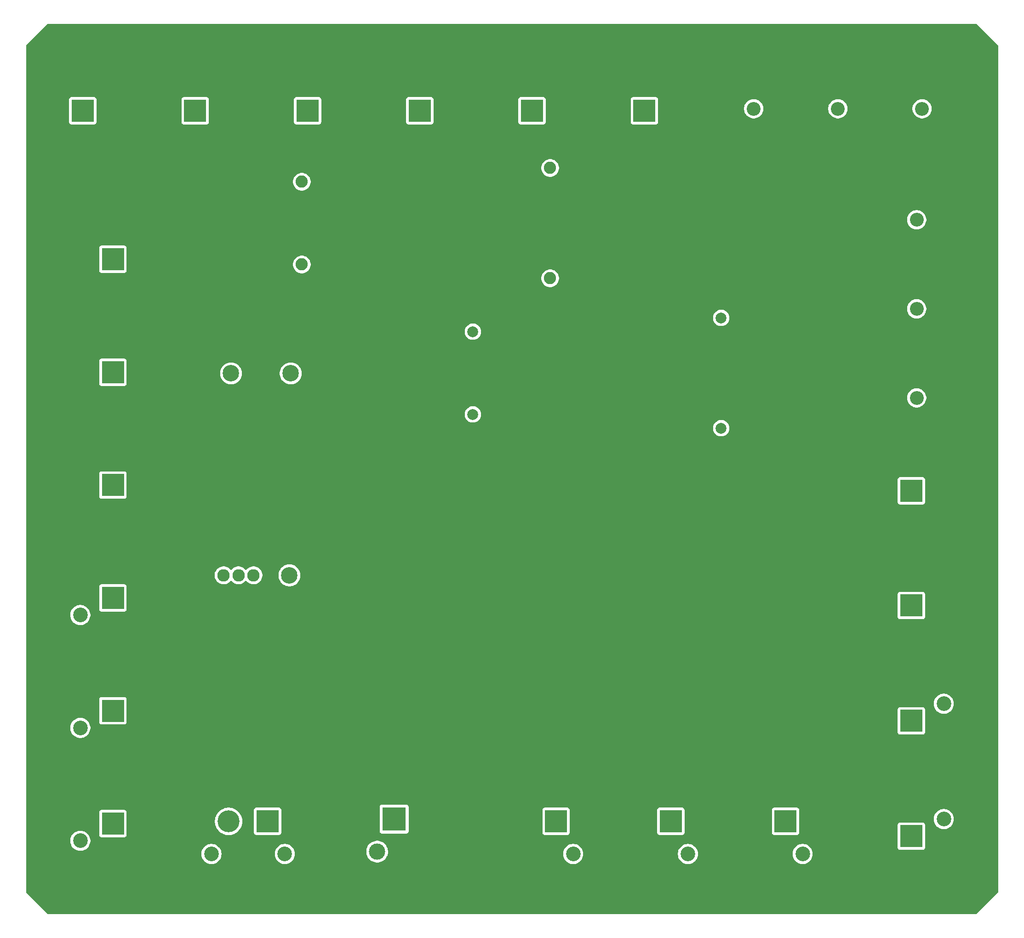
<source format=gbr>
%TF.GenerationSoftware,KiCad,Pcbnew,9.0.2*%
%TF.CreationDate,2025-07-22T14:00:08+09:00*%
%TF.ProjectId,Power_Distribution_Board,506f7765-725f-4446-9973-747269627574,rev?*%
%TF.SameCoordinates,Original*%
%TF.FileFunction,Copper,L2,Bot*%
%TF.FilePolarity,Positive*%
%FSLAX46Y46*%
G04 Gerber Fmt 4.6, Leading zero omitted, Abs format (unit mm)*
G04 Created by KiCad (PCBNEW 9.0.2) date 2025-07-22 14:00:08*
%MOMM*%
%LPD*%
G01*
G04 APERTURE LIST*
%TA.AperFunction,ComponentPad*%
%ADD10C,6.400000*%
%TD*%
%TA.AperFunction,ComponentPad*%
%ADD11R,4.050000X4.050000*%
%TD*%
%TA.AperFunction,ComponentPad*%
%ADD12C,4.050000*%
%TD*%
%TA.AperFunction,ComponentPad*%
%ADD13C,2.700000*%
%TD*%
%TA.AperFunction,ComponentPad*%
%ADD14C,2.550000*%
%TD*%
%TA.AperFunction,ComponentPad*%
%ADD15C,1.500000*%
%TD*%
%TA.AperFunction,ComponentPad*%
%ADD16R,4.350000X4.350000*%
%TD*%
%TA.AperFunction,ComponentPad*%
%ADD17C,4.350000*%
%TD*%
%TA.AperFunction,ComponentPad*%
%ADD18C,3.000000*%
%TD*%
%TA.AperFunction,ComponentPad*%
%ADD19C,2.000000*%
%TD*%
%TA.AperFunction,ComponentPad*%
%ADD20C,2.250000*%
%TD*%
%TA.AperFunction,ComponentPad*%
%ADD21C,3.045000*%
%TD*%
%TA.AperFunction,ComponentPad*%
%ADD22C,2.280000*%
%TD*%
%TA.AperFunction,ViaPad*%
%ADD23C,0.600000*%
%TD*%
G04 APERTURE END LIST*
D10*
%TO.P,H9,1,1*%
%TO.N,GND*%
X177000000Y-89000000D03*
%TD*%
D11*
%TO.P,J6,1,1*%
%TO.N,+24V*%
X64970000Y-64000000D03*
D12*
%TO.P,J6,2,2*%
%TO.N,GND*%
X72170000Y-64000000D03*
D13*
%TO.P,J6,3,MH1*%
X61820000Y-58000000D03*
%TO.P,J6,4,MH2*%
X75320000Y-58000000D03*
%TD*%
D11*
%TO.P,J24,1,1*%
%TO.N,PVDD*%
X173225000Y-194925000D03*
D12*
%TO.P,J24,2,2*%
%TO.N,GND*%
X166025000Y-194925000D03*
D13*
%TO.P,J24,3,MH1*%
%TO.N,PVDD*%
X176375000Y-200925000D03*
%TO.P,J24,4,MH2*%
%TO.N,GND*%
X162875000Y-200925000D03*
%TD*%
D10*
%TO.P,H5,1,1*%
%TO.N,GND*%
X150000000Y-134000000D03*
%TD*%
%TO.P,H6,1,1*%
%TO.N,GND*%
X83000000Y-75000000D03*
%TD*%
D11*
%TO.P,J27,1,1*%
%TO.N,+24V*%
X127010000Y-64000000D03*
D12*
%TO.P,J27,2,2*%
%TO.N,GND*%
X134210000Y-64000000D03*
D13*
%TO.P,J27,3,MH1*%
X123860000Y-58000000D03*
%TO.P,J27,4,MH2*%
X137360000Y-58000000D03*
%TD*%
D11*
%TO.P,J13,1,1*%
%TO.N,+15V*%
X168370000Y-64000000D03*
D12*
%TO.P,J13,2,2*%
%TO.N,GND*%
X175570000Y-64000000D03*
D13*
%TO.P,J13,3,MH1*%
X165220000Y-58000000D03*
%TO.P,J13,4,MH2*%
X178720000Y-58000000D03*
%TD*%
D11*
%TO.P,J11,1,1*%
%TO.N,+48V_IN*%
X99000000Y-194925000D03*
D12*
%TO.P,J11,2,2*%
%TO.N,PVDD*%
X91800000Y-194925000D03*
D13*
%TO.P,J11,3,MH1*%
%TO.N,unconnected-(J11-MH1-Pad3)*%
X102150000Y-200925000D03*
%TO.P,J11,4,MH2*%
%TO.N,unconnected-(J11-MH2-Pad4)*%
X88650000Y-200925000D03*
%TD*%
D14*
%TO.P,J19,1,1*%
%TO.N,+12V*%
X218500000Y-100500000D03*
%TO.P,J19,2,2*%
%TO.N,GND*%
X218500000Y-105500000D03*
D15*
%TO.P,J19,3,3*%
X223500000Y-97500000D03*
%TO.P,J19,4,4*%
X223500000Y-108500000D03*
%TD*%
D11*
%TO.P,J1,1,1*%
%TO.N,PVDD*%
X70500000Y-153760000D03*
D12*
%TO.P,J1,2,2*%
%TO.N,GND*%
X70500000Y-146560000D03*
D13*
%TO.P,J1,3,MH1*%
%TO.N,PVDD*%
X64500000Y-156910000D03*
%TO.P,J1,4,MH2*%
%TO.N,GND*%
X64500000Y-143410000D03*
%TD*%
D10*
%TO.P,H7,1,1*%
%TO.N,GND*%
X83000000Y-163000000D03*
%TD*%
D11*
%TO.P,J4,1,1*%
%TO.N,PVDD*%
X152100000Y-194925000D03*
D12*
%TO.P,J4,2,2*%
%TO.N,GND*%
X144900000Y-194925000D03*
D13*
%TO.P,J4,3,MH1*%
%TO.N,PVDD*%
X155250000Y-200925000D03*
%TO.P,J4,4,MH2*%
%TO.N,GND*%
X141750000Y-200925000D03*
%TD*%
D11*
%TO.P,J8,1,1*%
%TO.N,+24V*%
X70500000Y-112170001D03*
D12*
%TO.P,J8,2,2*%
%TO.N,GND*%
X70500000Y-104970001D03*
D13*
%TO.P,J8,3,MH1*%
X64500000Y-115320001D03*
%TO.P,J8,4,MH2*%
X64500000Y-101820001D03*
%TD*%
D11*
%TO.P,J7,1,1*%
%TO.N,+24V*%
X70500000Y-91375001D03*
D12*
%TO.P,J7,2,2*%
%TO.N,GND*%
X70500000Y-84175001D03*
D13*
%TO.P,J7,3,MH1*%
X64500000Y-94525001D03*
%TO.P,J7,4,MH2*%
X64500000Y-81025001D03*
%TD*%
D14*
%TO.P,J20,1,1*%
%TO.N,+12V*%
X218500000Y-116900000D03*
%TO.P,J20,2,2*%
%TO.N,GND*%
X218500000Y-121900000D03*
D15*
%TO.P,J20,3,3*%
X223500000Y-113900000D03*
%TO.P,J20,4,4*%
X223500000Y-124900000D03*
%TD*%
D10*
%TO.P,H3,1,1*%
%TO.N,GND*%
X64000000Y-206500000D03*
%TD*%
%TO.P,H4,1,1*%
%TO.N,GND*%
X208000000Y-202500000D03*
%TD*%
D14*
%TO.P,J17,1,1*%
%TO.N,+12V*%
X219500000Y-63637500D03*
%TO.P,J17,2,2*%
%TO.N,GND*%
X224500000Y-63637500D03*
D15*
%TO.P,J17,3,3*%
X216500000Y-58637500D03*
%TO.P,J17,4,4*%
X227500000Y-58637500D03*
%TD*%
D14*
%TO.P,J16,1,1*%
%TO.N,+12V*%
X204000000Y-63637500D03*
%TO.P,J16,2,2*%
%TO.N,GND*%
X209000000Y-63637500D03*
D15*
%TO.P,J16,3,3*%
X201000000Y-58637500D03*
%TO.P,J16,4,4*%
X212000000Y-58637500D03*
%TD*%
D10*
%TO.P,H1,1,1*%
%TO.N,GND*%
X224000000Y-72500000D03*
%TD*%
D11*
%TO.P,J10,1,1*%
%TO.N,+15V*%
X217500000Y-134050000D03*
D12*
%TO.P,J10,2,2*%
%TO.N,GND*%
X217500000Y-141250000D03*
D13*
%TO.P,J10,3,MH1*%
X223500000Y-130900000D03*
%TO.P,J10,4,MH2*%
X223500000Y-144400000D03*
%TD*%
D16*
%TO.P,PS1,1,+*%
%TO.N,+48V_IN*%
X122300000Y-194500000D03*
D17*
%TO.P,PS1,2,-*%
%TO.N,GND*%
X129500000Y-194500000D03*
D18*
%TO.P,PS1,MH1,MH1*%
%TO.N,+48V_IN*%
X119150000Y-200500000D03*
%TO.P,PS1,MH2,MH2*%
%TO.N,GND*%
X132650000Y-200500000D03*
%TD*%
D11*
%TO.P,J14,1,1*%
%TO.N,+15V*%
X217500000Y-155150000D03*
D12*
%TO.P,J14,2,2*%
%TO.N,GND*%
X217500000Y-162350000D03*
D13*
%TO.P,J14,3,MH1*%
X223500000Y-152000000D03*
%TO.P,J14,4,MH2*%
X223500000Y-165500000D03*
%TD*%
D10*
%TO.P,H2,1,1*%
%TO.N,GND*%
X64000000Y-72500000D03*
%TD*%
%TO.P,H8,1,1*%
%TO.N,GND*%
X150000000Y-163000000D03*
%TD*%
D14*
%TO.P,J18,1,1*%
%TO.N,+12V*%
X218500000Y-84100000D03*
%TO.P,J18,2,2*%
%TO.N,GND*%
X218500000Y-89100000D03*
D15*
%TO.P,J18,3,3*%
X223500000Y-81100000D03*
%TO.P,J18,4,4*%
X223500000Y-92100000D03*
%TD*%
D11*
%TO.P,J26,1,1*%
%TO.N,+24V*%
X106330000Y-64000000D03*
D12*
%TO.P,J26,2,2*%
%TO.N,GND*%
X113530000Y-64000000D03*
D13*
%TO.P,J26,3,MH1*%
X103180000Y-58000000D03*
%TO.P,J26,4,MH2*%
X116680000Y-58000000D03*
%TD*%
D11*
%TO.P,J2,1,1*%
%TO.N,PVDD*%
X217500000Y-197650000D03*
D12*
%TO.P,J2,2,2*%
%TO.N,GND*%
X217500000Y-204850000D03*
D13*
%TO.P,J2,3,MH1*%
%TO.N,PVDD*%
X223500000Y-194500000D03*
%TO.P,J2,4,MH2*%
%TO.N,GND*%
X223500000Y-208000000D03*
%TD*%
D11*
%TO.P,J22,1,1*%
%TO.N,PVDD*%
X70500000Y-174555000D03*
D12*
%TO.P,J22,2,2*%
%TO.N,GND*%
X70500000Y-167355000D03*
D13*
%TO.P,J22,3,MH1*%
%TO.N,PVDD*%
X64500000Y-177705000D03*
%TO.P,J22,4,MH2*%
%TO.N,GND*%
X64500000Y-164205000D03*
%TD*%
D11*
%TO.P,J21,1,1*%
%TO.N,PVDD*%
X194350000Y-194925000D03*
D12*
%TO.P,J21,2,2*%
%TO.N,GND*%
X187150000Y-194925000D03*
D13*
%TO.P,J21,3,MH1*%
%TO.N,PVDD*%
X197500000Y-200925000D03*
%TO.P,J21,4,MH2*%
%TO.N,GND*%
X184000000Y-200925000D03*
%TD*%
D11*
%TO.P,J23,1,1*%
%TO.N,PVDD*%
X217500000Y-176400000D03*
D12*
%TO.P,J23,2,2*%
%TO.N,GND*%
X217500000Y-183600000D03*
D13*
%TO.P,J23,3,MH1*%
%TO.N,PVDD*%
X223500000Y-173250000D03*
%TO.P,J23,4,MH2*%
%TO.N,GND*%
X223500000Y-186750000D03*
%TD*%
D11*
%TO.P,J25,1,1*%
%TO.N,+24V*%
X85650000Y-64000000D03*
D12*
%TO.P,J25,2,2*%
%TO.N,GND*%
X92850000Y-64000000D03*
D13*
%TO.P,J25,3,MH1*%
X82500000Y-58000000D03*
%TO.P,J25,4,MH2*%
X96000000Y-58000000D03*
%TD*%
D11*
%TO.P,J12,1,1*%
%TO.N,+15V*%
X147690000Y-64000000D03*
D12*
%TO.P,J12,2,2*%
%TO.N,GND*%
X154890000Y-64000000D03*
D13*
%TO.P,J12,3,MH1*%
X144540000Y-58000000D03*
%TO.P,J12,4,MH2*%
X158040000Y-58000000D03*
%TD*%
D14*
%TO.P,J15,1,1*%
%TO.N,+12V*%
X188500000Y-63637500D03*
%TO.P,J15,2,2*%
%TO.N,GND*%
X193500000Y-63637500D03*
D15*
%TO.P,J15,3,3*%
X185500000Y-58637500D03*
%TO.P,J15,4,4*%
X196500000Y-58637500D03*
%TD*%
D10*
%TO.P,H10,1,1*%
%TO.N,GND*%
X202000000Y-165000000D03*
%TD*%
D11*
%TO.P,J9,1,1*%
%TO.N,+24V*%
X70500000Y-132965001D03*
D12*
%TO.P,J9,2,2*%
%TO.N,GND*%
X70500000Y-125765001D03*
D13*
%TO.P,J9,3,MH1*%
X64500000Y-136115001D03*
%TO.P,J9,4,MH2*%
X64500000Y-122615001D03*
%TD*%
D11*
%TO.P,J3,1,1*%
%TO.N,PVDD*%
X70500000Y-195350000D03*
D12*
%TO.P,J3,2,2*%
%TO.N,GND*%
X70500000Y-188150000D03*
D13*
%TO.P,J3,3,MH1*%
%TO.N,PVDD*%
X64500000Y-198500000D03*
%TO.P,J3,4,MH2*%
%TO.N,GND*%
X64500000Y-185000000D03*
%TD*%
D19*
%TO.P,PS2,1,+VIN_(VCC)*%
%TO.N,+24V*%
X136780000Y-104719999D03*
%TO.P,PS2,2,-VIN_(GND)*%
%TO.N,GND*%
X136780000Y-109799999D03*
%TO.P,PS2,3,REMOTE_ON/OFF*%
%TO.N,unconnected-(PS2-REMOTE_ON{slash}OFF-Pad3)*%
X136780000Y-119959999D03*
%TO.P,PS2,4,+VOUT*%
%TO.N,+12V*%
X182500000Y-102179999D03*
%TO.P,PS2,5,-VOUT*%
%TO.N,GND*%
X182500000Y-112339999D03*
%TO.P,PS2,6,TRIM*%
%TO.N,unconnected-(PS2-TRIM-Pad6)*%
X182500000Y-122499999D03*
%TD*%
D20*
%TO.P,PS3,1,+VIN*%
%TO.N,+24V*%
X105280000Y-77082500D03*
%TO.P,PS3,2,-VIN*%
%TO.N,GND*%
X105280000Y-82162500D03*
%TO.P,PS3,3,CTRL*%
%TO.N,unconnected-(PS3-CTRL-Pad3)*%
X105280000Y-92322500D03*
%TO.P,PS3,4,TRIM*%
%TO.N,unconnected-(PS3-TRIM-Pad4)*%
X151000000Y-94862500D03*
%TO.P,PS3,5,-VOUT*%
%TO.N,GND*%
X151000000Y-84702500D03*
%TO.P,PS3,6,+VOUT*%
%TO.N,+15V*%
X151000000Y-74542500D03*
%TD*%
D21*
%TO.P,J5,A1,+IN*%
%TO.N,PVDD*%
X103000000Y-149600000D03*
%TO.P,J5,A2,+OUT_1*%
%TO.N,+24V*%
X103250000Y-112400000D03*
D22*
%TO.P,J5,B1,TR*%
%TO.N,unconnected-(J5-TR-PadB1)*%
X96380000Y-149600000D03*
D21*
%TO.P,J5,B2,-OUT_1*%
%TO.N,GND*%
X97750000Y-112400000D03*
D22*
%TO.P,J5,C1,EN*%
%TO.N,unconnected-(J5-EN-PadC1)*%
X93620000Y-149600000D03*
D21*
%TO.P,J5,C2,+OUT_2*%
%TO.N,+24V*%
X92250000Y-112400000D03*
D22*
%TO.P,J5,D1,FT*%
%TO.N,unconnected-(J5-FT-PadD1)*%
X90870000Y-149600000D03*
D21*
%TO.P,J5,D2,-OUT_2*%
%TO.N,GND*%
X86750000Y-112400000D03*
%TO.P,J5,E1,-IN*%
X87000000Y-149600000D03*
%TD*%
D23*
%TO.N,GND*%
X77500000Y-204000000D03*
X106000000Y-202500000D03*
X159000000Y-70000000D03*
X201000000Y-70000000D03*
X126500000Y-71000000D03*
%TD*%
%TA.AperFunction,Conductor*%
%TO.N,GND*%
G36*
X229516177Y-48020185D02*
G01*
X229536819Y-48036819D01*
X233463181Y-51963181D01*
X233496666Y-52024504D01*
X233499500Y-52050862D01*
X233499500Y-207949138D01*
X233479815Y-208016177D01*
X233463181Y-208036819D01*
X229536819Y-211963181D01*
X229475496Y-211996666D01*
X229449138Y-211999500D01*
X58550862Y-211999500D01*
X58483823Y-211979815D01*
X58463181Y-211963181D01*
X54536819Y-208036819D01*
X54503334Y-207975496D01*
X54500500Y-207949138D01*
X54500500Y-200803711D01*
X86799500Y-200803711D01*
X86799500Y-201046288D01*
X86831161Y-201286785D01*
X86893947Y-201521104D01*
X86986773Y-201745205D01*
X86986776Y-201745212D01*
X87108064Y-201955289D01*
X87108066Y-201955292D01*
X87108067Y-201955293D01*
X87255733Y-202147736D01*
X87255739Y-202147743D01*
X87427256Y-202319260D01*
X87427262Y-202319265D01*
X87619711Y-202466936D01*
X87829788Y-202588224D01*
X88053900Y-202681054D01*
X88288211Y-202743838D01*
X88468586Y-202767584D01*
X88528711Y-202775500D01*
X88528712Y-202775500D01*
X88771289Y-202775500D01*
X88819388Y-202769167D01*
X89011789Y-202743838D01*
X89246100Y-202681054D01*
X89470212Y-202588224D01*
X89680289Y-202466936D01*
X89872738Y-202319265D01*
X90044265Y-202147738D01*
X90191936Y-201955289D01*
X90313224Y-201745212D01*
X90406054Y-201521100D01*
X90468838Y-201286789D01*
X90500500Y-201046288D01*
X90500500Y-200803712D01*
X90500500Y-200803711D01*
X100299500Y-200803711D01*
X100299500Y-201046288D01*
X100331161Y-201286785D01*
X100393947Y-201521104D01*
X100486773Y-201745205D01*
X100486776Y-201745212D01*
X100608064Y-201955289D01*
X100608066Y-201955292D01*
X100608067Y-201955293D01*
X100755733Y-202147736D01*
X100755739Y-202147743D01*
X100927256Y-202319260D01*
X100927262Y-202319265D01*
X101119711Y-202466936D01*
X101329788Y-202588224D01*
X101553900Y-202681054D01*
X101788211Y-202743838D01*
X101968586Y-202767584D01*
X102028711Y-202775500D01*
X102028712Y-202775500D01*
X102271289Y-202775500D01*
X102319388Y-202769167D01*
X102511789Y-202743838D01*
X102746100Y-202681054D01*
X102970212Y-202588224D01*
X103180289Y-202466936D01*
X103372738Y-202319265D01*
X103544265Y-202147738D01*
X103691936Y-201955289D01*
X103813224Y-201745212D01*
X103906054Y-201521100D01*
X103968838Y-201286789D01*
X104000500Y-201046288D01*
X104000500Y-200803712D01*
X103968838Y-200563211D01*
X103916765Y-200368872D01*
X117149500Y-200368872D01*
X117149500Y-200631127D01*
X117172223Y-200803712D01*
X117183730Y-200891116D01*
X117225308Y-201046288D01*
X117251602Y-201144418D01*
X117251605Y-201144428D01*
X117351953Y-201386690D01*
X117351958Y-201386700D01*
X117483075Y-201613803D01*
X117642718Y-201821851D01*
X117642726Y-201821860D01*
X117828140Y-202007274D01*
X117828148Y-202007281D01*
X118036196Y-202166924D01*
X118263299Y-202298041D01*
X118263309Y-202298046D01*
X118505571Y-202398394D01*
X118505581Y-202398398D01*
X118758884Y-202466270D01*
X119018880Y-202500500D01*
X119018887Y-202500500D01*
X119281113Y-202500500D01*
X119281120Y-202500500D01*
X119541116Y-202466270D01*
X119794419Y-202398398D01*
X120036697Y-202298043D01*
X120263803Y-202166924D01*
X120471851Y-202007282D01*
X120471855Y-202007277D01*
X120471860Y-202007274D01*
X120657274Y-201821860D01*
X120657277Y-201821855D01*
X120657282Y-201821851D01*
X120816924Y-201613803D01*
X120948043Y-201386697D01*
X121048398Y-201144419D01*
X121116270Y-200891116D01*
X121127777Y-200803711D01*
X153399500Y-200803711D01*
X153399500Y-201046288D01*
X153431161Y-201286785D01*
X153493947Y-201521104D01*
X153586773Y-201745205D01*
X153586776Y-201745212D01*
X153708064Y-201955289D01*
X153708066Y-201955292D01*
X153708067Y-201955293D01*
X153855733Y-202147736D01*
X153855739Y-202147743D01*
X154027256Y-202319260D01*
X154027262Y-202319265D01*
X154219711Y-202466936D01*
X154429788Y-202588224D01*
X154653900Y-202681054D01*
X154888211Y-202743838D01*
X155068586Y-202767584D01*
X155128711Y-202775500D01*
X155128712Y-202775500D01*
X155371289Y-202775500D01*
X155419388Y-202769167D01*
X155611789Y-202743838D01*
X155846100Y-202681054D01*
X156070212Y-202588224D01*
X156280289Y-202466936D01*
X156472738Y-202319265D01*
X156644265Y-202147738D01*
X156791936Y-201955289D01*
X156913224Y-201745212D01*
X157006054Y-201521100D01*
X157068838Y-201286789D01*
X157100500Y-201046288D01*
X157100500Y-200803712D01*
X157100500Y-200803711D01*
X174524500Y-200803711D01*
X174524500Y-201046288D01*
X174556161Y-201286785D01*
X174618947Y-201521104D01*
X174711773Y-201745205D01*
X174711776Y-201745212D01*
X174833064Y-201955289D01*
X174833066Y-201955292D01*
X174833067Y-201955293D01*
X174980733Y-202147736D01*
X174980739Y-202147743D01*
X175152256Y-202319260D01*
X175152262Y-202319265D01*
X175344711Y-202466936D01*
X175554788Y-202588224D01*
X175778900Y-202681054D01*
X176013211Y-202743838D01*
X176193586Y-202767584D01*
X176253711Y-202775500D01*
X176253712Y-202775500D01*
X176496289Y-202775500D01*
X176544388Y-202769167D01*
X176736789Y-202743838D01*
X176971100Y-202681054D01*
X177195212Y-202588224D01*
X177405289Y-202466936D01*
X177597738Y-202319265D01*
X177769265Y-202147738D01*
X177916936Y-201955289D01*
X178038224Y-201745212D01*
X178131054Y-201521100D01*
X178193838Y-201286789D01*
X178225500Y-201046288D01*
X178225500Y-200803712D01*
X178225500Y-200803711D01*
X195649500Y-200803711D01*
X195649500Y-201046288D01*
X195681161Y-201286785D01*
X195743947Y-201521104D01*
X195836773Y-201745205D01*
X195836776Y-201745212D01*
X195958064Y-201955289D01*
X195958066Y-201955292D01*
X195958067Y-201955293D01*
X196105733Y-202147736D01*
X196105739Y-202147743D01*
X196277256Y-202319260D01*
X196277262Y-202319265D01*
X196469711Y-202466936D01*
X196679788Y-202588224D01*
X196903900Y-202681054D01*
X197138211Y-202743838D01*
X197318586Y-202767584D01*
X197378711Y-202775500D01*
X197378712Y-202775500D01*
X197621289Y-202775500D01*
X197669388Y-202769167D01*
X197861789Y-202743838D01*
X198096100Y-202681054D01*
X198320212Y-202588224D01*
X198530289Y-202466936D01*
X198722738Y-202319265D01*
X198894265Y-202147738D01*
X199041936Y-201955289D01*
X199163224Y-201745212D01*
X199256054Y-201521100D01*
X199318838Y-201286789D01*
X199350500Y-201046288D01*
X199350500Y-200803712D01*
X199318838Y-200563211D01*
X199256054Y-200328900D01*
X199163224Y-200104788D01*
X199041936Y-199894711D01*
X198910083Y-199722876D01*
X198894266Y-199702263D01*
X198894260Y-199702256D01*
X198722743Y-199530739D01*
X198722736Y-199530733D01*
X198530293Y-199383067D01*
X198530292Y-199383066D01*
X198530289Y-199383064D01*
X198320212Y-199261776D01*
X198320205Y-199261773D01*
X198096104Y-199168947D01*
X197861785Y-199106161D01*
X197621289Y-199074500D01*
X197621288Y-199074500D01*
X197378712Y-199074500D01*
X197378711Y-199074500D01*
X197138214Y-199106161D01*
X196903895Y-199168947D01*
X196679794Y-199261773D01*
X196679785Y-199261777D01*
X196469706Y-199383067D01*
X196277263Y-199530733D01*
X196277256Y-199530739D01*
X196105739Y-199702256D01*
X196105733Y-199702263D01*
X195958067Y-199894706D01*
X195836777Y-200104785D01*
X195836773Y-200104794D01*
X195743947Y-200328895D01*
X195681161Y-200563214D01*
X195649500Y-200803711D01*
X178225500Y-200803711D01*
X178193838Y-200563211D01*
X178131054Y-200328900D01*
X178038224Y-200104788D01*
X177916936Y-199894711D01*
X177785083Y-199722876D01*
X177769266Y-199702263D01*
X177769260Y-199702256D01*
X177597743Y-199530739D01*
X177597736Y-199530733D01*
X177405293Y-199383067D01*
X177405292Y-199383066D01*
X177405289Y-199383064D01*
X177195212Y-199261776D01*
X177195205Y-199261773D01*
X176971104Y-199168947D01*
X176736785Y-199106161D01*
X176496289Y-199074500D01*
X176496288Y-199074500D01*
X176253712Y-199074500D01*
X176253711Y-199074500D01*
X176013214Y-199106161D01*
X175778895Y-199168947D01*
X175554794Y-199261773D01*
X175554785Y-199261777D01*
X175344706Y-199383067D01*
X175152263Y-199530733D01*
X175152256Y-199530739D01*
X174980739Y-199702256D01*
X174980733Y-199702263D01*
X174833067Y-199894706D01*
X174711777Y-200104785D01*
X174711773Y-200104794D01*
X174618947Y-200328895D01*
X174556161Y-200563214D01*
X174524500Y-200803711D01*
X157100500Y-200803711D01*
X157068838Y-200563211D01*
X157006054Y-200328900D01*
X156913224Y-200104788D01*
X156791936Y-199894711D01*
X156660083Y-199722876D01*
X156644266Y-199702263D01*
X156644260Y-199702256D01*
X156472743Y-199530739D01*
X156472736Y-199530733D01*
X156280293Y-199383067D01*
X156280292Y-199383066D01*
X156280289Y-199383064D01*
X156070212Y-199261776D01*
X156070205Y-199261773D01*
X155846104Y-199168947D01*
X155611785Y-199106161D01*
X155371289Y-199074500D01*
X155371288Y-199074500D01*
X155128712Y-199074500D01*
X155128711Y-199074500D01*
X154888214Y-199106161D01*
X154653895Y-199168947D01*
X154429794Y-199261773D01*
X154429785Y-199261777D01*
X154219706Y-199383067D01*
X154027263Y-199530733D01*
X154027256Y-199530739D01*
X153855739Y-199702256D01*
X153855733Y-199702263D01*
X153708067Y-199894706D01*
X153586777Y-200104785D01*
X153586773Y-200104794D01*
X153493947Y-200328895D01*
X153431161Y-200563214D01*
X153399500Y-200803711D01*
X121127777Y-200803711D01*
X121150500Y-200631120D01*
X121150500Y-200368880D01*
X121116270Y-200108884D01*
X121048398Y-199855581D01*
X121018120Y-199782483D01*
X120948046Y-199613309D01*
X120948041Y-199613299D01*
X120816924Y-199386196D01*
X120657281Y-199178148D01*
X120657274Y-199178140D01*
X120471860Y-198992726D01*
X120471851Y-198992718D01*
X120263803Y-198833075D01*
X120036700Y-198701958D01*
X120036690Y-198701953D01*
X119794428Y-198601605D01*
X119794421Y-198601603D01*
X119794419Y-198601602D01*
X119541116Y-198533730D01*
X119483339Y-198526123D01*
X119281127Y-198499500D01*
X119281120Y-198499500D01*
X119018880Y-198499500D01*
X119018872Y-198499500D01*
X118787772Y-198529926D01*
X118758884Y-198533730D01*
X118505581Y-198601602D01*
X118505571Y-198601605D01*
X118263309Y-198701953D01*
X118263299Y-198701958D01*
X118036196Y-198833075D01*
X117828148Y-198992718D01*
X117642718Y-199178148D01*
X117483075Y-199386196D01*
X117351958Y-199613299D01*
X117351953Y-199613309D01*
X117251605Y-199855571D01*
X117251602Y-199855581D01*
X117183730Y-200108884D01*
X117182425Y-200118796D01*
X117149500Y-200368872D01*
X103916765Y-200368872D01*
X103906054Y-200328900D01*
X103813224Y-200104788D01*
X103691936Y-199894711D01*
X103560083Y-199722876D01*
X103544266Y-199702263D01*
X103544260Y-199702256D01*
X103372743Y-199530739D01*
X103372736Y-199530733D01*
X103180293Y-199383067D01*
X103180292Y-199383066D01*
X103180289Y-199383064D01*
X102970212Y-199261776D01*
X102970205Y-199261773D01*
X102746104Y-199168947D01*
X102511785Y-199106161D01*
X102271289Y-199074500D01*
X102271288Y-199074500D01*
X102028712Y-199074500D01*
X102028711Y-199074500D01*
X101788214Y-199106161D01*
X101553895Y-199168947D01*
X101329794Y-199261773D01*
X101329785Y-199261777D01*
X101119706Y-199383067D01*
X100927263Y-199530733D01*
X100927256Y-199530739D01*
X100755739Y-199702256D01*
X100755733Y-199702263D01*
X100608067Y-199894706D01*
X100486777Y-200104785D01*
X100486773Y-200104794D01*
X100393947Y-200328895D01*
X100331161Y-200563214D01*
X100299500Y-200803711D01*
X90500500Y-200803711D01*
X90468838Y-200563211D01*
X90406054Y-200328900D01*
X90313224Y-200104788D01*
X90191936Y-199894711D01*
X90060083Y-199722876D01*
X90044266Y-199702263D01*
X90044260Y-199702256D01*
X89872743Y-199530739D01*
X89872736Y-199530733D01*
X89680293Y-199383067D01*
X89680292Y-199383066D01*
X89680289Y-199383064D01*
X89470212Y-199261776D01*
X89470205Y-199261773D01*
X89246104Y-199168947D01*
X89011785Y-199106161D01*
X88771289Y-199074500D01*
X88771288Y-199074500D01*
X88528712Y-199074500D01*
X88528711Y-199074500D01*
X88288214Y-199106161D01*
X88053895Y-199168947D01*
X87829794Y-199261773D01*
X87829785Y-199261777D01*
X87619706Y-199383067D01*
X87427263Y-199530733D01*
X87427256Y-199530739D01*
X87255739Y-199702256D01*
X87255733Y-199702263D01*
X87108067Y-199894706D01*
X86986777Y-200104785D01*
X86986773Y-200104794D01*
X86893947Y-200328895D01*
X86831161Y-200563214D01*
X86799500Y-200803711D01*
X54500500Y-200803711D01*
X54500500Y-198378711D01*
X62649500Y-198378711D01*
X62649500Y-198621288D01*
X62681161Y-198861785D01*
X62743947Y-199096104D01*
X62812570Y-199261773D01*
X62836776Y-199320212D01*
X62958064Y-199530289D01*
X62958066Y-199530292D01*
X62958067Y-199530293D01*
X63105733Y-199722736D01*
X63105739Y-199722743D01*
X63277256Y-199894260D01*
X63277263Y-199894266D01*
X63277843Y-199894711D01*
X63469711Y-200041936D01*
X63679788Y-200163224D01*
X63903900Y-200256054D01*
X64138211Y-200318838D01*
X64318586Y-200342584D01*
X64378711Y-200350500D01*
X64378712Y-200350500D01*
X64621289Y-200350500D01*
X64669388Y-200344167D01*
X64861789Y-200318838D01*
X65096100Y-200256054D01*
X65320212Y-200163224D01*
X65530289Y-200041936D01*
X65722738Y-199894265D01*
X65894265Y-199722738D01*
X66041936Y-199530289D01*
X66163224Y-199320212D01*
X66256054Y-199096100D01*
X66318838Y-198861789D01*
X66350500Y-198621288D01*
X66350500Y-198378712D01*
X66318838Y-198138211D01*
X66256054Y-197903900D01*
X66163224Y-197679788D01*
X66041936Y-197469711D01*
X65954388Y-197355616D01*
X65894266Y-197277263D01*
X65894260Y-197277256D01*
X65722743Y-197105739D01*
X65722736Y-197105733D01*
X65530293Y-196958067D01*
X65530292Y-196958066D01*
X65530289Y-196958064D01*
X65320212Y-196836776D01*
X65258191Y-196811086D01*
X65096104Y-196743947D01*
X64861785Y-196681161D01*
X64621289Y-196649500D01*
X64621288Y-196649500D01*
X64378712Y-196649500D01*
X64378711Y-196649500D01*
X64138214Y-196681161D01*
X63903895Y-196743947D01*
X63679794Y-196836773D01*
X63679785Y-196836777D01*
X63469706Y-196958067D01*
X63277263Y-197105733D01*
X63277256Y-197105739D01*
X63105739Y-197277256D01*
X63105733Y-197277263D01*
X62958067Y-197469706D01*
X62836777Y-197679785D01*
X62836773Y-197679794D01*
X62743947Y-197903895D01*
X62681161Y-198138214D01*
X62649500Y-198378711D01*
X54500500Y-198378711D01*
X54500500Y-193277135D01*
X67974500Y-193277135D01*
X67974500Y-197422870D01*
X67974501Y-197422876D01*
X67980908Y-197482483D01*
X68031202Y-197617328D01*
X68031206Y-197617335D01*
X68117452Y-197732544D01*
X68117455Y-197732547D01*
X68232664Y-197818793D01*
X68232671Y-197818797D01*
X68367517Y-197869091D01*
X68367516Y-197869091D01*
X68374444Y-197869835D01*
X68427127Y-197875500D01*
X72572872Y-197875499D01*
X72632483Y-197869091D01*
X72767331Y-197818796D01*
X72882546Y-197732546D01*
X72968796Y-197617331D01*
X73019091Y-197482483D01*
X73025500Y-197422873D01*
X73025499Y-194783166D01*
X89274500Y-194783166D01*
X89274500Y-195066833D01*
X89306258Y-195348690D01*
X89306260Y-195348702D01*
X89369380Y-195625253D01*
X89369383Y-195625261D01*
X89463067Y-195892993D01*
X89586139Y-196148554D01*
X89586141Y-196148557D01*
X89737056Y-196388737D01*
X89913914Y-196610510D01*
X90114490Y-196811086D01*
X90336263Y-196987944D01*
X90576443Y-197138859D01*
X90832010Y-197261934D01*
X90962365Y-197307547D01*
X91099738Y-197355616D01*
X91099746Y-197355619D01*
X91099749Y-197355619D01*
X91099750Y-197355620D01*
X91376297Y-197418740D01*
X91658166Y-197450499D01*
X91658167Y-197450500D01*
X91658171Y-197450500D01*
X91941833Y-197450500D01*
X91941833Y-197450499D01*
X92223703Y-197418740D01*
X92500250Y-197355620D01*
X92767990Y-197261934D01*
X93023557Y-197138859D01*
X93263737Y-196987944D01*
X93485510Y-196811086D01*
X93686086Y-196610510D01*
X93862944Y-196388737D01*
X94013859Y-196148557D01*
X94136934Y-195892990D01*
X94230620Y-195625250D01*
X94293740Y-195348703D01*
X94325500Y-195066829D01*
X94325500Y-194783171D01*
X94293740Y-194501297D01*
X94230620Y-194224750D01*
X94136934Y-193957010D01*
X94013859Y-193701443D01*
X93862944Y-193461263D01*
X93686086Y-193239490D01*
X93485510Y-193038914D01*
X93395899Y-192967452D01*
X93368690Y-192945753D01*
X93287750Y-192881206D01*
X93263737Y-192862056D01*
X93247948Y-192852135D01*
X96474500Y-192852135D01*
X96474500Y-196997870D01*
X96474501Y-196997876D01*
X96480908Y-197057483D01*
X96531202Y-197192328D01*
X96531206Y-197192335D01*
X96617452Y-197307544D01*
X96617455Y-197307547D01*
X96732664Y-197393793D01*
X96732671Y-197393797D01*
X96867517Y-197444091D01*
X96867516Y-197444091D01*
X96874444Y-197444835D01*
X96927127Y-197450500D01*
X101072872Y-197450499D01*
X101132483Y-197444091D01*
X101267331Y-197393796D01*
X101382546Y-197307546D01*
X101468796Y-197192331D01*
X101519091Y-197057483D01*
X101525500Y-196997873D01*
X101525499Y-192852128D01*
X101519091Y-192792517D01*
X101500975Y-192743946D01*
X101468797Y-192657671D01*
X101468793Y-192657664D01*
X101382547Y-192542455D01*
X101382544Y-192542452D01*
X101267335Y-192456206D01*
X101267328Y-192456202D01*
X101132482Y-192405908D01*
X101132483Y-192405908D01*
X101072883Y-192399501D01*
X101072881Y-192399500D01*
X101072873Y-192399500D01*
X101072864Y-192399500D01*
X96927129Y-192399500D01*
X96927123Y-192399501D01*
X96867516Y-192405908D01*
X96732671Y-192456202D01*
X96732664Y-192456206D01*
X96617455Y-192542452D01*
X96617452Y-192542455D01*
X96531206Y-192657664D01*
X96531202Y-192657671D01*
X96480908Y-192792517D01*
X96476150Y-192836776D01*
X96474501Y-192852123D01*
X96474500Y-192852135D01*
X93247948Y-192852135D01*
X93097856Y-192757826D01*
X93023554Y-192711139D01*
X92767993Y-192588067D01*
X92500261Y-192494383D01*
X92500253Y-192494380D01*
X92292839Y-192447040D01*
X92223703Y-192431260D01*
X92223699Y-192431259D01*
X92223690Y-192431258D01*
X91941833Y-192399500D01*
X91941829Y-192399500D01*
X91658171Y-192399500D01*
X91658167Y-192399500D01*
X91376309Y-192431258D01*
X91376297Y-192431260D01*
X91099746Y-192494380D01*
X91099738Y-192494383D01*
X90832006Y-192588067D01*
X90576445Y-192711139D01*
X90336264Y-192862055D01*
X90114490Y-193038913D01*
X89913913Y-193239490D01*
X89737055Y-193461264D01*
X89586139Y-193701445D01*
X89463067Y-193957006D01*
X89369383Y-194224738D01*
X89369380Y-194224746D01*
X89306260Y-194501297D01*
X89306258Y-194501309D01*
X89274500Y-194783166D01*
X73025499Y-194783166D01*
X73025499Y-193277128D01*
X73019091Y-193217517D01*
X72977398Y-193105733D01*
X72968797Y-193082671D01*
X72968793Y-193082664D01*
X72882547Y-192967455D01*
X72882544Y-192967452D01*
X72767335Y-192881206D01*
X72767328Y-192881202D01*
X72632482Y-192830908D01*
X72632483Y-192830908D01*
X72572883Y-192824501D01*
X72572881Y-192824500D01*
X72572873Y-192824500D01*
X72572864Y-192824500D01*
X68427129Y-192824500D01*
X68427123Y-192824501D01*
X68367516Y-192830908D01*
X68232671Y-192881202D01*
X68232664Y-192881206D01*
X68117455Y-192967452D01*
X68117452Y-192967455D01*
X68031206Y-193082664D01*
X68031202Y-193082671D01*
X67980908Y-193217517D01*
X67974501Y-193277116D01*
X67974501Y-193277123D01*
X67974500Y-193277135D01*
X54500500Y-193277135D01*
X54500500Y-192277135D01*
X119624500Y-192277135D01*
X119624500Y-196722870D01*
X119624501Y-196722876D01*
X119630908Y-196782483D01*
X119681202Y-196917328D01*
X119681206Y-196917335D01*
X119767452Y-197032544D01*
X119767455Y-197032547D01*
X119882664Y-197118793D01*
X119882671Y-197118797D01*
X120017517Y-197169091D01*
X120017516Y-197169091D01*
X120024444Y-197169835D01*
X120077127Y-197175500D01*
X124522872Y-197175499D01*
X124582483Y-197169091D01*
X124717331Y-197118796D01*
X124832546Y-197032546D01*
X124918796Y-196917331D01*
X124969091Y-196782483D01*
X124975500Y-196722873D01*
X124975499Y-192852135D01*
X149574500Y-192852135D01*
X149574500Y-196997870D01*
X149574501Y-196997876D01*
X149580908Y-197057483D01*
X149631202Y-197192328D01*
X149631206Y-197192335D01*
X149717452Y-197307544D01*
X149717455Y-197307547D01*
X149832664Y-197393793D01*
X149832671Y-197393797D01*
X149967517Y-197444091D01*
X149967516Y-197444091D01*
X149974444Y-197444835D01*
X150027127Y-197450500D01*
X154172872Y-197450499D01*
X154232483Y-197444091D01*
X154367331Y-197393796D01*
X154482546Y-197307546D01*
X154568796Y-197192331D01*
X154619091Y-197057483D01*
X154625500Y-196997873D01*
X154625499Y-192852135D01*
X170699500Y-192852135D01*
X170699500Y-196997870D01*
X170699501Y-196997876D01*
X170705908Y-197057483D01*
X170756202Y-197192328D01*
X170756206Y-197192335D01*
X170842452Y-197307544D01*
X170842455Y-197307547D01*
X170957664Y-197393793D01*
X170957671Y-197393797D01*
X171092517Y-197444091D01*
X171092516Y-197444091D01*
X171099444Y-197444835D01*
X171152127Y-197450500D01*
X175297872Y-197450499D01*
X175357483Y-197444091D01*
X175492331Y-197393796D01*
X175607546Y-197307546D01*
X175693796Y-197192331D01*
X175744091Y-197057483D01*
X175750500Y-196997873D01*
X175750499Y-192852135D01*
X191824500Y-192852135D01*
X191824500Y-196997870D01*
X191824501Y-196997876D01*
X191830908Y-197057483D01*
X191881202Y-197192328D01*
X191881206Y-197192335D01*
X191967452Y-197307544D01*
X191967455Y-197307547D01*
X192082664Y-197393793D01*
X192082671Y-197393797D01*
X192217517Y-197444091D01*
X192217516Y-197444091D01*
X192224444Y-197444835D01*
X192277127Y-197450500D01*
X196422872Y-197450499D01*
X196482483Y-197444091D01*
X196617331Y-197393796D01*
X196732546Y-197307546D01*
X196818796Y-197192331D01*
X196869091Y-197057483D01*
X196875500Y-196997873D01*
X196875500Y-195577135D01*
X214974500Y-195577135D01*
X214974500Y-199722870D01*
X214974501Y-199722876D01*
X214980908Y-199782483D01*
X215031202Y-199917328D01*
X215031206Y-199917335D01*
X215117452Y-200032544D01*
X215117455Y-200032547D01*
X215232664Y-200118793D01*
X215232671Y-200118797D01*
X215367517Y-200169091D01*
X215367516Y-200169091D01*
X215374444Y-200169835D01*
X215427127Y-200175500D01*
X219572872Y-200175499D01*
X219632483Y-200169091D01*
X219767331Y-200118796D01*
X219882546Y-200032546D01*
X219968796Y-199917331D01*
X220019091Y-199782483D01*
X220025500Y-199722873D01*
X220025499Y-195577128D01*
X220019091Y-195517517D01*
X219968796Y-195382669D01*
X219968795Y-195382668D01*
X219968793Y-195382664D01*
X219882547Y-195267455D01*
X219882544Y-195267452D01*
X219767335Y-195181206D01*
X219767328Y-195181202D01*
X219632482Y-195130908D01*
X219632483Y-195130908D01*
X219572883Y-195124501D01*
X219572881Y-195124500D01*
X219572873Y-195124500D01*
X219572864Y-195124500D01*
X215427129Y-195124500D01*
X215427123Y-195124501D01*
X215367516Y-195130908D01*
X215232671Y-195181202D01*
X215232664Y-195181206D01*
X215117455Y-195267452D01*
X215117452Y-195267455D01*
X215031206Y-195382664D01*
X215031202Y-195382671D01*
X214980908Y-195517517D01*
X214979535Y-195530293D01*
X214974501Y-195577123D01*
X214974500Y-195577135D01*
X196875500Y-195577135D01*
X196875500Y-195066829D01*
X196875500Y-194378711D01*
X221649500Y-194378711D01*
X221649500Y-194621288D01*
X221681161Y-194861785D01*
X221743947Y-195096104D01*
X221758364Y-195130909D01*
X221836776Y-195320212D01*
X221958064Y-195530289D01*
X221958066Y-195530292D01*
X221958067Y-195530293D01*
X222105733Y-195722736D01*
X222105739Y-195722743D01*
X222277256Y-195894260D01*
X222277262Y-195894265D01*
X222469711Y-196041936D01*
X222679788Y-196163224D01*
X222903900Y-196256054D01*
X223138211Y-196318838D01*
X223318586Y-196342584D01*
X223378711Y-196350500D01*
X223378712Y-196350500D01*
X223621289Y-196350500D01*
X223669388Y-196344167D01*
X223861789Y-196318838D01*
X224096100Y-196256054D01*
X224320212Y-196163224D01*
X224530289Y-196041936D01*
X224722738Y-195894265D01*
X224894265Y-195722738D01*
X225041936Y-195530289D01*
X225163224Y-195320212D01*
X225256054Y-195096100D01*
X225318838Y-194861789D01*
X225350500Y-194621288D01*
X225350500Y-194378712D01*
X225318838Y-194138211D01*
X225256054Y-193903900D01*
X225163224Y-193679788D01*
X225041936Y-193469711D01*
X224894265Y-193277262D01*
X224894260Y-193277256D01*
X224722743Y-193105739D01*
X224722736Y-193105733D01*
X224530293Y-192958067D01*
X224530292Y-192958066D01*
X224530289Y-192958064D01*
X224346804Y-192852129D01*
X224320214Y-192836777D01*
X224320205Y-192836773D01*
X224096104Y-192743947D01*
X223861785Y-192681161D01*
X223621289Y-192649500D01*
X223621288Y-192649500D01*
X223378712Y-192649500D01*
X223378711Y-192649500D01*
X223138214Y-192681161D01*
X222903895Y-192743947D01*
X222679794Y-192836773D01*
X222679785Y-192836777D01*
X222469706Y-192958067D01*
X222277263Y-193105733D01*
X222277256Y-193105739D01*
X222105739Y-193277256D01*
X222105733Y-193277263D01*
X221958067Y-193469706D01*
X221836777Y-193679785D01*
X221836773Y-193679794D01*
X221743947Y-193903895D01*
X221681161Y-194138214D01*
X221649500Y-194378711D01*
X196875500Y-194378711D01*
X196875500Y-194374653D01*
X196875499Y-192852129D01*
X196875498Y-192852123D01*
X196875497Y-192852116D01*
X196869091Y-192792517D01*
X196850975Y-192743946D01*
X196818797Y-192657671D01*
X196818793Y-192657664D01*
X196732547Y-192542455D01*
X196732544Y-192542452D01*
X196617335Y-192456206D01*
X196617328Y-192456202D01*
X196482482Y-192405908D01*
X196482483Y-192405908D01*
X196422883Y-192399501D01*
X196422881Y-192399500D01*
X196422873Y-192399500D01*
X196422864Y-192399500D01*
X192277129Y-192399500D01*
X192277123Y-192399501D01*
X192217516Y-192405908D01*
X192082671Y-192456202D01*
X192082664Y-192456206D01*
X191967455Y-192542452D01*
X191967452Y-192542455D01*
X191881206Y-192657664D01*
X191881202Y-192657671D01*
X191830908Y-192792517D01*
X191826150Y-192836776D01*
X191824501Y-192852123D01*
X191824500Y-192852135D01*
X175750499Y-192852135D01*
X175750499Y-192852128D01*
X175744091Y-192792517D01*
X175725975Y-192743946D01*
X175693797Y-192657671D01*
X175693793Y-192657664D01*
X175607547Y-192542455D01*
X175607544Y-192542452D01*
X175492335Y-192456206D01*
X175492328Y-192456202D01*
X175357482Y-192405908D01*
X175357483Y-192405908D01*
X175297883Y-192399501D01*
X175297881Y-192399500D01*
X175297873Y-192399500D01*
X175297864Y-192399500D01*
X171152129Y-192399500D01*
X171152123Y-192399501D01*
X171092516Y-192405908D01*
X170957671Y-192456202D01*
X170957664Y-192456206D01*
X170842455Y-192542452D01*
X170842452Y-192542455D01*
X170756206Y-192657664D01*
X170756202Y-192657671D01*
X170705908Y-192792517D01*
X170701150Y-192836776D01*
X170699501Y-192852123D01*
X170699500Y-192852135D01*
X154625499Y-192852135D01*
X154625499Y-192852128D01*
X154619091Y-192792517D01*
X154600975Y-192743946D01*
X154568797Y-192657671D01*
X154568793Y-192657664D01*
X154482547Y-192542455D01*
X154482544Y-192542452D01*
X154367335Y-192456206D01*
X154367328Y-192456202D01*
X154232482Y-192405908D01*
X154232483Y-192405908D01*
X154172883Y-192399501D01*
X154172881Y-192399500D01*
X154172873Y-192399500D01*
X154172864Y-192399500D01*
X150027129Y-192399500D01*
X150027123Y-192399501D01*
X149967516Y-192405908D01*
X149832671Y-192456202D01*
X149832664Y-192456206D01*
X149717455Y-192542452D01*
X149717452Y-192542455D01*
X149631206Y-192657664D01*
X149631202Y-192657671D01*
X149580908Y-192792517D01*
X149576150Y-192836776D01*
X149574501Y-192852123D01*
X149574500Y-192852135D01*
X124975499Y-192852135D01*
X124975499Y-192277128D01*
X124969091Y-192217517D01*
X124918796Y-192082669D01*
X124918795Y-192082668D01*
X124918793Y-192082664D01*
X124832547Y-191967455D01*
X124832544Y-191967452D01*
X124717335Y-191881206D01*
X124717328Y-191881202D01*
X124582482Y-191830908D01*
X124582483Y-191830908D01*
X124522883Y-191824501D01*
X124522881Y-191824500D01*
X124522873Y-191824500D01*
X124522864Y-191824500D01*
X120077129Y-191824500D01*
X120077123Y-191824501D01*
X120017516Y-191830908D01*
X119882671Y-191881202D01*
X119882664Y-191881206D01*
X119767455Y-191967452D01*
X119767452Y-191967455D01*
X119681206Y-192082664D01*
X119681202Y-192082671D01*
X119630908Y-192217517D01*
X119624501Y-192277116D01*
X119624501Y-192277123D01*
X119624500Y-192277135D01*
X54500500Y-192277135D01*
X54500500Y-177583711D01*
X62649500Y-177583711D01*
X62649500Y-177826288D01*
X62681161Y-178066785D01*
X62743947Y-178301104D01*
X62836773Y-178525205D01*
X62836776Y-178525212D01*
X62958064Y-178735289D01*
X62958066Y-178735292D01*
X62958067Y-178735293D01*
X63105733Y-178927736D01*
X63105739Y-178927743D01*
X63277256Y-179099260D01*
X63277262Y-179099265D01*
X63469711Y-179246936D01*
X63679788Y-179368224D01*
X63903900Y-179461054D01*
X64138211Y-179523838D01*
X64318586Y-179547584D01*
X64378711Y-179555500D01*
X64378712Y-179555500D01*
X64621289Y-179555500D01*
X64669388Y-179549167D01*
X64861789Y-179523838D01*
X65096100Y-179461054D01*
X65320212Y-179368224D01*
X65530289Y-179246936D01*
X65722738Y-179099265D01*
X65894265Y-178927738D01*
X66041936Y-178735289D01*
X66163224Y-178525212D01*
X66256054Y-178301100D01*
X66318838Y-178066789D01*
X66350500Y-177826288D01*
X66350500Y-177583712D01*
X66318838Y-177343211D01*
X66256054Y-177108900D01*
X66163224Y-176884788D01*
X66041936Y-176674711D01*
X65894265Y-176482262D01*
X65894260Y-176482256D01*
X65722743Y-176310739D01*
X65722736Y-176310733D01*
X65530293Y-176163067D01*
X65530292Y-176163066D01*
X65530289Y-176163064D01*
X65320212Y-176041776D01*
X65320205Y-176041773D01*
X65096104Y-175948947D01*
X64861785Y-175886161D01*
X64621289Y-175854500D01*
X64621288Y-175854500D01*
X64378712Y-175854500D01*
X64378711Y-175854500D01*
X64138214Y-175886161D01*
X63903895Y-175948947D01*
X63679794Y-176041773D01*
X63679785Y-176041777D01*
X63469706Y-176163067D01*
X63277263Y-176310733D01*
X63277256Y-176310739D01*
X63105739Y-176482256D01*
X63105733Y-176482263D01*
X62958067Y-176674706D01*
X62836777Y-176884785D01*
X62836773Y-176884794D01*
X62743947Y-177108895D01*
X62681161Y-177343214D01*
X62649500Y-177583711D01*
X54500500Y-177583711D01*
X54500500Y-172482135D01*
X67974500Y-172482135D01*
X67974500Y-176627870D01*
X67974501Y-176627876D01*
X67980908Y-176687483D01*
X68031202Y-176822328D01*
X68031206Y-176822335D01*
X68117452Y-176937544D01*
X68117455Y-176937547D01*
X68232664Y-177023793D01*
X68232671Y-177023797D01*
X68367517Y-177074091D01*
X68367516Y-177074091D01*
X68374444Y-177074835D01*
X68427127Y-177080500D01*
X72572872Y-177080499D01*
X72632483Y-177074091D01*
X72767331Y-177023796D01*
X72882546Y-176937546D01*
X72968796Y-176822331D01*
X73019091Y-176687483D01*
X73025500Y-176627873D01*
X73025499Y-174327135D01*
X214974500Y-174327135D01*
X214974500Y-178472870D01*
X214974501Y-178472876D01*
X214980908Y-178532483D01*
X215031202Y-178667328D01*
X215031206Y-178667335D01*
X215117452Y-178782544D01*
X215117455Y-178782547D01*
X215232664Y-178868793D01*
X215232671Y-178868797D01*
X215367517Y-178919091D01*
X215367516Y-178919091D01*
X215374444Y-178919835D01*
X215427127Y-178925500D01*
X219572872Y-178925499D01*
X219632483Y-178919091D01*
X219767331Y-178868796D01*
X219882546Y-178782546D01*
X219968796Y-178667331D01*
X220019091Y-178532483D01*
X220025500Y-178472873D01*
X220025499Y-174327128D01*
X220019091Y-174267517D01*
X219968796Y-174132669D01*
X219968795Y-174132668D01*
X219968793Y-174132664D01*
X219882547Y-174017455D01*
X219882544Y-174017452D01*
X219767335Y-173931206D01*
X219767328Y-173931202D01*
X219632482Y-173880908D01*
X219632483Y-173880908D01*
X219572883Y-173874501D01*
X219572881Y-173874500D01*
X219572873Y-173874500D01*
X219572864Y-173874500D01*
X215427129Y-173874500D01*
X215427123Y-173874501D01*
X215367516Y-173880908D01*
X215232671Y-173931202D01*
X215232664Y-173931206D01*
X215117455Y-174017452D01*
X215117452Y-174017455D01*
X215031206Y-174132664D01*
X215031202Y-174132671D01*
X214980908Y-174267517D01*
X214979535Y-174280293D01*
X214974501Y-174327123D01*
X214974500Y-174327135D01*
X73025499Y-174327135D01*
X73025499Y-173128711D01*
X221649500Y-173128711D01*
X221649500Y-173371288D01*
X221681161Y-173611785D01*
X221743947Y-173846104D01*
X221758364Y-173880909D01*
X221836776Y-174070212D01*
X221958064Y-174280289D01*
X221958066Y-174280292D01*
X221958067Y-174280293D01*
X222105733Y-174472736D01*
X222105739Y-174472743D01*
X222277256Y-174644260D01*
X222277262Y-174644265D01*
X222469711Y-174791936D01*
X222679788Y-174913224D01*
X222903900Y-175006054D01*
X223138211Y-175068838D01*
X223318586Y-175092584D01*
X223378711Y-175100500D01*
X223378712Y-175100500D01*
X223621289Y-175100500D01*
X223669388Y-175094167D01*
X223861789Y-175068838D01*
X224096100Y-175006054D01*
X224320212Y-174913224D01*
X224530289Y-174791936D01*
X224722738Y-174644265D01*
X224894265Y-174472738D01*
X225041936Y-174280289D01*
X225163224Y-174070212D01*
X225256054Y-173846100D01*
X225318838Y-173611789D01*
X225350500Y-173371288D01*
X225350500Y-173128712D01*
X225318838Y-172888211D01*
X225256054Y-172653900D01*
X225163224Y-172429788D01*
X225041936Y-172219711D01*
X224900900Y-172035909D01*
X224894266Y-172027263D01*
X224894260Y-172027256D01*
X224722743Y-171855739D01*
X224722736Y-171855733D01*
X224530293Y-171708067D01*
X224530292Y-171708066D01*
X224530289Y-171708064D01*
X224320212Y-171586776D01*
X224320205Y-171586773D01*
X224096104Y-171493947D01*
X223861785Y-171431161D01*
X223621289Y-171399500D01*
X223621288Y-171399500D01*
X223378712Y-171399500D01*
X223378711Y-171399500D01*
X223138214Y-171431161D01*
X222903895Y-171493947D01*
X222679794Y-171586773D01*
X222679785Y-171586777D01*
X222469706Y-171708067D01*
X222277263Y-171855733D01*
X222277256Y-171855739D01*
X222105739Y-172027256D01*
X222105733Y-172027263D01*
X221958067Y-172219706D01*
X221836777Y-172429785D01*
X221836773Y-172429794D01*
X221743947Y-172653895D01*
X221681161Y-172888214D01*
X221649500Y-173128711D01*
X73025499Y-173128711D01*
X73025499Y-172482128D01*
X73019091Y-172422517D01*
X72968796Y-172287669D01*
X72968795Y-172287668D01*
X72968793Y-172287664D01*
X72882547Y-172172455D01*
X72882544Y-172172452D01*
X72767335Y-172086206D01*
X72767328Y-172086202D01*
X72632482Y-172035908D01*
X72632483Y-172035908D01*
X72572883Y-172029501D01*
X72572881Y-172029500D01*
X72572873Y-172029500D01*
X72572864Y-172029500D01*
X68427129Y-172029500D01*
X68427123Y-172029501D01*
X68367516Y-172035908D01*
X68232671Y-172086202D01*
X68232664Y-172086206D01*
X68117455Y-172172452D01*
X68117452Y-172172455D01*
X68031206Y-172287664D01*
X68031202Y-172287671D01*
X67980908Y-172422517D01*
X67974501Y-172482116D01*
X67974501Y-172482123D01*
X67974500Y-172482135D01*
X54500500Y-172482135D01*
X54500500Y-156788711D01*
X62649500Y-156788711D01*
X62649500Y-157031288D01*
X62674723Y-157222883D01*
X62681162Y-157271789D01*
X62712554Y-157388944D01*
X62743947Y-157506104D01*
X62836773Y-157730205D01*
X62836776Y-157730212D01*
X62958064Y-157940289D01*
X62958066Y-157940292D01*
X62958067Y-157940293D01*
X63105733Y-158132736D01*
X63105739Y-158132743D01*
X63277256Y-158304260D01*
X63277262Y-158304265D01*
X63469711Y-158451936D01*
X63679788Y-158573224D01*
X63903900Y-158666054D01*
X64138211Y-158728838D01*
X64318586Y-158752584D01*
X64378711Y-158760500D01*
X64378712Y-158760500D01*
X64621289Y-158760500D01*
X64669388Y-158754167D01*
X64861789Y-158728838D01*
X65096100Y-158666054D01*
X65320212Y-158573224D01*
X65530289Y-158451936D01*
X65722738Y-158304265D01*
X65894265Y-158132738D01*
X66041936Y-157940289D01*
X66163224Y-157730212D01*
X66256054Y-157506100D01*
X66318838Y-157271789D01*
X66350500Y-157031288D01*
X66350500Y-156788712D01*
X66318838Y-156548211D01*
X66256054Y-156313900D01*
X66163224Y-156089788D01*
X66041936Y-155879711D01*
X65894265Y-155687262D01*
X65894260Y-155687256D01*
X65722743Y-155515739D01*
X65722736Y-155515733D01*
X65530293Y-155368067D01*
X65530292Y-155368066D01*
X65530289Y-155368064D01*
X65320212Y-155246776D01*
X65320205Y-155246773D01*
X65096104Y-155153947D01*
X64861785Y-155091161D01*
X64621289Y-155059500D01*
X64621288Y-155059500D01*
X64378712Y-155059500D01*
X64378711Y-155059500D01*
X64138214Y-155091161D01*
X63903895Y-155153947D01*
X63679794Y-155246773D01*
X63679785Y-155246777D01*
X63469706Y-155368067D01*
X63277263Y-155515733D01*
X63277256Y-155515739D01*
X63105739Y-155687256D01*
X63105733Y-155687263D01*
X62958067Y-155879706D01*
X62836777Y-156089785D01*
X62836773Y-156089794D01*
X62743947Y-156313895D01*
X62681161Y-156548214D01*
X62649500Y-156788711D01*
X54500500Y-156788711D01*
X54500500Y-151687135D01*
X67974500Y-151687135D01*
X67974500Y-155832870D01*
X67974501Y-155832876D01*
X67980908Y-155892483D01*
X68031202Y-156027328D01*
X68031206Y-156027335D01*
X68117452Y-156142544D01*
X68117455Y-156142547D01*
X68232664Y-156228793D01*
X68232671Y-156228797D01*
X68367517Y-156279091D01*
X68367516Y-156279091D01*
X68374444Y-156279835D01*
X68427127Y-156285500D01*
X72572872Y-156285499D01*
X72632483Y-156279091D01*
X72767331Y-156228796D01*
X72882546Y-156142546D01*
X72968796Y-156027331D01*
X73019091Y-155892483D01*
X73025500Y-155832873D01*
X73025499Y-153077135D01*
X214974500Y-153077135D01*
X214974500Y-157222870D01*
X214974501Y-157222876D01*
X214980908Y-157282483D01*
X215031202Y-157417328D01*
X215031206Y-157417335D01*
X215117452Y-157532544D01*
X215117455Y-157532547D01*
X215232664Y-157618793D01*
X215232671Y-157618797D01*
X215367517Y-157669091D01*
X215367516Y-157669091D01*
X215374444Y-157669835D01*
X215427127Y-157675500D01*
X219572872Y-157675499D01*
X219632483Y-157669091D01*
X219767331Y-157618796D01*
X219882546Y-157532546D01*
X219968796Y-157417331D01*
X220019091Y-157282483D01*
X220025500Y-157222873D01*
X220025499Y-153077128D01*
X220019091Y-153017517D01*
X219968796Y-152882669D01*
X219968795Y-152882668D01*
X219968793Y-152882664D01*
X219882547Y-152767455D01*
X219882544Y-152767452D01*
X219767335Y-152681206D01*
X219767328Y-152681202D01*
X219632482Y-152630908D01*
X219632483Y-152630908D01*
X219572883Y-152624501D01*
X219572881Y-152624500D01*
X219572873Y-152624500D01*
X219572864Y-152624500D01*
X215427129Y-152624500D01*
X215427123Y-152624501D01*
X215367516Y-152630908D01*
X215232671Y-152681202D01*
X215232664Y-152681206D01*
X215117455Y-152767452D01*
X215117452Y-152767455D01*
X215031206Y-152882664D01*
X215031202Y-152882671D01*
X214980908Y-153017517D01*
X214974501Y-153077116D01*
X214974501Y-153077123D01*
X214974500Y-153077135D01*
X73025499Y-153077135D01*
X73025499Y-151687128D01*
X73019091Y-151627517D01*
X73017406Y-151623000D01*
X72968797Y-151492671D01*
X72968793Y-151492664D01*
X72882547Y-151377455D01*
X72882544Y-151377452D01*
X72767335Y-151291206D01*
X72767328Y-151291202D01*
X72632482Y-151240908D01*
X72632483Y-151240908D01*
X72572883Y-151234501D01*
X72572881Y-151234500D01*
X72572873Y-151234500D01*
X72572864Y-151234500D01*
X68427129Y-151234500D01*
X68427123Y-151234501D01*
X68367516Y-151240908D01*
X68232671Y-151291202D01*
X68232664Y-151291206D01*
X68117455Y-151377452D01*
X68117452Y-151377455D01*
X68031206Y-151492664D01*
X68031202Y-151492671D01*
X67980908Y-151627517D01*
X67974501Y-151687116D01*
X67974501Y-151687123D01*
X67974500Y-151687135D01*
X54500500Y-151687135D01*
X54500500Y-149470884D01*
X89229500Y-149470884D01*
X89229500Y-149729115D01*
X89269893Y-149984151D01*
X89349690Y-150229738D01*
X89466918Y-150459810D01*
X89618696Y-150668714D01*
X89801286Y-150851304D01*
X90010190Y-151003082D01*
X90118893Y-151058468D01*
X90240261Y-151120309D01*
X90240263Y-151120309D01*
X90240266Y-151120311D01*
X90371904Y-151163083D01*
X90485848Y-151200106D01*
X90740885Y-151240500D01*
X90740890Y-151240500D01*
X90999115Y-151240500D01*
X91254151Y-151200106D01*
X91499734Y-151120311D01*
X91729810Y-151003082D01*
X91938714Y-150851304D01*
X92121304Y-150668714D01*
X92144683Y-150636535D01*
X92200010Y-150593870D01*
X92269624Y-150587890D01*
X92331419Y-150620496D01*
X92345313Y-150636530D01*
X92368696Y-150668714D01*
X92551286Y-150851304D01*
X92760190Y-151003082D01*
X92868893Y-151058468D01*
X92990261Y-151120309D01*
X92990263Y-151120309D01*
X92990266Y-151120311D01*
X93121904Y-151163083D01*
X93235848Y-151200106D01*
X93490885Y-151240500D01*
X93490890Y-151240500D01*
X93749115Y-151240500D01*
X94004151Y-151200106D01*
X94249734Y-151120311D01*
X94479810Y-151003082D01*
X94688714Y-150851304D01*
X94871304Y-150668714D01*
X94899682Y-150629654D01*
X94955012Y-150586989D01*
X95024625Y-150581010D01*
X95086420Y-150613616D01*
X95100317Y-150629654D01*
X95128696Y-150668714D01*
X95311286Y-150851304D01*
X95520190Y-151003082D01*
X95628893Y-151058468D01*
X95750261Y-151120309D01*
X95750263Y-151120309D01*
X95750266Y-151120311D01*
X95881904Y-151163083D01*
X95995848Y-151200106D01*
X96250885Y-151240500D01*
X96250890Y-151240500D01*
X96509115Y-151240500D01*
X96764151Y-151200106D01*
X97009734Y-151120311D01*
X97239810Y-151003082D01*
X97448714Y-150851304D01*
X97631304Y-150668714D01*
X97783082Y-150459810D01*
X97900311Y-150229734D01*
X97980106Y-149984151D01*
X98019947Y-149732604D01*
X98020500Y-149729115D01*
X98020500Y-149470884D01*
X98019950Y-149467412D01*
X100977000Y-149467412D01*
X100977000Y-149732587D01*
X100977001Y-149732604D01*
X101011613Y-149995511D01*
X101080251Y-150251671D01*
X101181731Y-150496666D01*
X101181736Y-150496677D01*
X101314323Y-150726322D01*
X101314334Y-150726339D01*
X101475762Y-150936717D01*
X101475768Y-150936724D01*
X101663275Y-151124231D01*
X101663282Y-151124237D01*
X101873660Y-151285665D01*
X101873665Y-151285668D01*
X101873670Y-151285672D01*
X101873677Y-151285676D01*
X102103322Y-151418263D01*
X102103327Y-151418265D01*
X102103330Y-151418267D01*
X102348333Y-151519750D01*
X102604485Y-151588386D01*
X102867406Y-151623000D01*
X102867413Y-151623000D01*
X103132587Y-151623000D01*
X103132594Y-151623000D01*
X103395515Y-151588386D01*
X103651667Y-151519750D01*
X103896670Y-151418267D01*
X104126330Y-151285672D01*
X104336719Y-151124236D01*
X104524236Y-150936719D01*
X104685672Y-150726330D01*
X104818267Y-150496670D01*
X104919750Y-150251667D01*
X104988386Y-149995515D01*
X105023000Y-149732594D01*
X105023000Y-149467406D01*
X104988386Y-149204485D01*
X104919750Y-148948333D01*
X104818267Y-148703330D01*
X104818265Y-148703327D01*
X104818263Y-148703322D01*
X104685676Y-148473677D01*
X104685672Y-148473670D01*
X104685668Y-148473665D01*
X104685665Y-148473660D01*
X104524237Y-148263282D01*
X104524231Y-148263275D01*
X104336724Y-148075768D01*
X104336717Y-148075762D01*
X104126339Y-147914334D01*
X104126322Y-147914323D01*
X103896677Y-147781736D01*
X103896666Y-147781731D01*
X103651671Y-147680251D01*
X103395511Y-147611613D01*
X103132604Y-147577001D01*
X103132599Y-147577000D01*
X103132594Y-147577000D01*
X102867406Y-147577000D01*
X102867400Y-147577000D01*
X102867395Y-147577001D01*
X102604488Y-147611613D01*
X102348328Y-147680251D01*
X102103333Y-147781731D01*
X102103322Y-147781736D01*
X101873677Y-147914323D01*
X101873660Y-147914334D01*
X101663282Y-148075762D01*
X101663275Y-148075768D01*
X101475768Y-148263275D01*
X101475762Y-148263282D01*
X101314334Y-148473660D01*
X101314323Y-148473677D01*
X101181736Y-148703322D01*
X101181731Y-148703333D01*
X101080251Y-148948328D01*
X101011613Y-149204488D01*
X100977001Y-149467395D01*
X100977000Y-149467412D01*
X98019950Y-149467412D01*
X97980106Y-149215848D01*
X97900309Y-148970261D01*
X97783081Y-148740189D01*
X97631304Y-148531286D01*
X97448714Y-148348696D01*
X97239810Y-148196918D01*
X97009738Y-148079690D01*
X96764151Y-147999893D01*
X96509115Y-147959500D01*
X96509110Y-147959500D01*
X96250890Y-147959500D01*
X96250885Y-147959500D01*
X95995848Y-147999893D01*
X95750261Y-148079690D01*
X95520189Y-148196918D01*
X95428849Y-148263281D01*
X95311286Y-148348696D01*
X95311284Y-148348698D01*
X95311283Y-148348698D01*
X95128698Y-148531283D01*
X95128691Y-148531292D01*
X95100317Y-148570345D01*
X95044987Y-148613011D01*
X94975374Y-148618989D01*
X94913579Y-148586382D01*
X94899683Y-148570345D01*
X94871308Y-148531292D01*
X94871304Y-148531286D01*
X94688714Y-148348696D01*
X94479810Y-148196918D01*
X94249738Y-148079690D01*
X94004151Y-147999893D01*
X93749115Y-147959500D01*
X93749110Y-147959500D01*
X93490890Y-147959500D01*
X93490885Y-147959500D01*
X93235848Y-147999893D01*
X92990261Y-148079690D01*
X92760189Y-148196918D01*
X92668849Y-148263281D01*
X92551286Y-148348696D01*
X92551284Y-148348698D01*
X92551283Y-148348698D01*
X92368695Y-148531286D01*
X92345317Y-148563464D01*
X92289987Y-148606129D01*
X92220373Y-148612107D01*
X92158579Y-148579500D01*
X92144683Y-148563464D01*
X92121304Y-148531286D01*
X91938716Y-148348698D01*
X91938714Y-148348696D01*
X91729810Y-148196918D01*
X91499738Y-148079690D01*
X91254151Y-147999893D01*
X90999115Y-147959500D01*
X90999110Y-147959500D01*
X90740890Y-147959500D01*
X90740885Y-147959500D01*
X90485848Y-147999893D01*
X90240261Y-148079690D01*
X90010189Y-148196918D01*
X89918849Y-148263281D01*
X89801286Y-148348696D01*
X89801284Y-148348698D01*
X89801283Y-148348698D01*
X89618698Y-148531283D01*
X89618698Y-148531284D01*
X89618696Y-148531286D01*
X89564319Y-148606129D01*
X89466918Y-148740189D01*
X89349690Y-148970261D01*
X89269893Y-149215848D01*
X89229500Y-149470884D01*
X54500500Y-149470884D01*
X54500500Y-130892136D01*
X67974500Y-130892136D01*
X67974500Y-135037871D01*
X67974501Y-135037877D01*
X67980908Y-135097484D01*
X68031202Y-135232329D01*
X68031206Y-135232336D01*
X68117452Y-135347545D01*
X68117455Y-135347548D01*
X68232664Y-135433794D01*
X68232671Y-135433798D01*
X68367517Y-135484092D01*
X68367516Y-135484092D01*
X68374444Y-135484836D01*
X68427127Y-135490501D01*
X72572872Y-135490500D01*
X72632483Y-135484092D01*
X72767331Y-135433797D01*
X72882546Y-135347547D01*
X72968796Y-135232332D01*
X73019091Y-135097484D01*
X73025500Y-135037874D01*
X73025499Y-131977135D01*
X214974500Y-131977135D01*
X214974500Y-136122870D01*
X214974501Y-136122876D01*
X214980908Y-136182483D01*
X215031202Y-136317328D01*
X215031206Y-136317335D01*
X215117452Y-136432544D01*
X215117455Y-136432547D01*
X215232664Y-136518793D01*
X215232671Y-136518797D01*
X215367517Y-136569091D01*
X215367516Y-136569091D01*
X215374444Y-136569835D01*
X215427127Y-136575500D01*
X219572872Y-136575499D01*
X219632483Y-136569091D01*
X219767331Y-136518796D01*
X219882546Y-136432546D01*
X219968796Y-136317331D01*
X220019091Y-136182483D01*
X220025500Y-136122873D01*
X220025499Y-131977128D01*
X220019091Y-131917517D01*
X219968796Y-131782669D01*
X219968795Y-131782668D01*
X219968793Y-131782664D01*
X219882547Y-131667455D01*
X219882544Y-131667452D01*
X219767335Y-131581206D01*
X219767328Y-131581202D01*
X219632482Y-131530908D01*
X219632483Y-131530908D01*
X219572883Y-131524501D01*
X219572881Y-131524500D01*
X219572873Y-131524500D01*
X219572864Y-131524500D01*
X215427129Y-131524500D01*
X215427123Y-131524501D01*
X215367516Y-131530908D01*
X215232671Y-131581202D01*
X215232664Y-131581206D01*
X215117455Y-131667452D01*
X215117452Y-131667455D01*
X215031206Y-131782664D01*
X215031202Y-131782671D01*
X214980908Y-131917517D01*
X214974501Y-131977116D01*
X214974501Y-131977123D01*
X214974500Y-131977135D01*
X73025499Y-131977135D01*
X73025499Y-130892129D01*
X73019091Y-130832518D01*
X72968796Y-130697670D01*
X72968795Y-130697669D01*
X72968793Y-130697665D01*
X72882547Y-130582456D01*
X72882544Y-130582453D01*
X72767335Y-130496207D01*
X72767328Y-130496203D01*
X72632482Y-130445909D01*
X72632483Y-130445909D01*
X72572883Y-130439502D01*
X72572881Y-130439501D01*
X72572873Y-130439501D01*
X72572864Y-130439501D01*
X68427129Y-130439501D01*
X68427123Y-130439502D01*
X68367516Y-130445909D01*
X68232671Y-130496203D01*
X68232664Y-130496207D01*
X68117455Y-130582453D01*
X68117452Y-130582456D01*
X68031206Y-130697665D01*
X68031202Y-130697672D01*
X67980908Y-130832518D01*
X67974501Y-130892117D01*
X67974501Y-130892124D01*
X67974500Y-130892136D01*
X54500500Y-130892136D01*
X54500500Y-122381901D01*
X180999500Y-122381901D01*
X180999500Y-122618096D01*
X181036446Y-122851367D01*
X181109433Y-123075995D01*
X181216657Y-123286432D01*
X181355483Y-123477509D01*
X181522490Y-123644516D01*
X181713567Y-123783342D01*
X181812991Y-123834001D01*
X181924003Y-123890565D01*
X181924005Y-123890565D01*
X181924008Y-123890567D01*
X182044412Y-123929688D01*
X182148631Y-123963552D01*
X182381903Y-124000499D01*
X182381908Y-124000499D01*
X182618097Y-124000499D01*
X182851368Y-123963552D01*
X183075992Y-123890567D01*
X183286433Y-123783342D01*
X183477510Y-123644516D01*
X183644517Y-123477509D01*
X183783343Y-123286432D01*
X183890568Y-123075991D01*
X183963553Y-122851367D01*
X184000500Y-122618096D01*
X184000500Y-122381901D01*
X183963553Y-122148630D01*
X183890566Y-121924002D01*
X183783342Y-121713565D01*
X183644517Y-121522489D01*
X183477510Y-121355482D01*
X183286433Y-121216656D01*
X183075996Y-121109432D01*
X182851368Y-121036445D01*
X182618097Y-120999499D01*
X182618092Y-120999499D01*
X182381908Y-120999499D01*
X182381903Y-120999499D01*
X182148631Y-121036445D01*
X181924003Y-121109432D01*
X181713566Y-121216656D01*
X181604550Y-121295861D01*
X181522490Y-121355482D01*
X181522488Y-121355484D01*
X181522487Y-121355484D01*
X181355485Y-121522486D01*
X181355485Y-121522487D01*
X181355483Y-121522489D01*
X181295862Y-121604549D01*
X181216657Y-121713565D01*
X181109433Y-121924002D01*
X181036446Y-122148630D01*
X180999500Y-122381901D01*
X54500500Y-122381901D01*
X54500500Y-119841901D01*
X135279500Y-119841901D01*
X135279500Y-120078096D01*
X135316446Y-120311367D01*
X135389433Y-120535995D01*
X135496657Y-120746432D01*
X135635483Y-120937509D01*
X135802490Y-121104516D01*
X135993567Y-121243342D01*
X136092991Y-121294001D01*
X136204003Y-121350565D01*
X136204005Y-121350565D01*
X136204008Y-121350567D01*
X136324412Y-121389688D01*
X136428631Y-121423552D01*
X136661903Y-121460499D01*
X136661908Y-121460499D01*
X136898097Y-121460499D01*
X137131368Y-121423552D01*
X137355992Y-121350567D01*
X137566433Y-121243342D01*
X137757510Y-121104516D01*
X137924517Y-120937509D01*
X138063343Y-120746432D01*
X138170568Y-120535991D01*
X138243553Y-120311367D01*
X138280500Y-120078096D01*
X138280500Y-119841901D01*
X138243553Y-119608630D01*
X138170566Y-119384002D01*
X138063342Y-119173565D01*
X137924517Y-118982489D01*
X137757510Y-118815482D01*
X137566433Y-118676656D01*
X137564160Y-118675498D01*
X137355996Y-118569432D01*
X137131368Y-118496445D01*
X136898097Y-118459499D01*
X136898092Y-118459499D01*
X136661908Y-118459499D01*
X136661903Y-118459499D01*
X136428631Y-118496445D01*
X136204003Y-118569432D01*
X135993566Y-118676656D01*
X135884550Y-118755861D01*
X135802490Y-118815482D01*
X135802488Y-118815484D01*
X135802487Y-118815484D01*
X135635485Y-118982486D01*
X135635485Y-118982487D01*
X135635483Y-118982489D01*
X135575862Y-119064549D01*
X135496657Y-119173565D01*
X135389433Y-119384002D01*
X135316446Y-119608630D01*
X135279500Y-119841901D01*
X54500500Y-119841901D01*
X54500500Y-116783634D01*
X216724500Y-116783634D01*
X216724500Y-117016365D01*
X216724501Y-117016382D01*
X216754878Y-117247122D01*
X216815120Y-117471947D01*
X216904180Y-117686960D01*
X216904188Y-117686976D01*
X217020553Y-117888524D01*
X217020564Y-117888540D01*
X217162242Y-118073179D01*
X217162248Y-118073186D01*
X217326813Y-118237751D01*
X217326819Y-118237756D01*
X217511468Y-118379442D01*
X217511475Y-118379446D01*
X217713023Y-118495811D01*
X217713039Y-118495819D01*
X217928052Y-118584879D01*
X217928054Y-118584879D01*
X217928060Y-118584882D01*
X218152874Y-118645121D01*
X218383628Y-118675500D01*
X218383635Y-118675500D01*
X218616365Y-118675500D01*
X218616372Y-118675500D01*
X218847126Y-118645121D01*
X219071940Y-118584882D01*
X219285446Y-118496446D01*
X219286960Y-118495819D01*
X219286963Y-118495817D01*
X219286969Y-118495815D01*
X219488532Y-118379442D01*
X219673181Y-118237756D01*
X219837756Y-118073181D01*
X219979442Y-117888532D01*
X220095815Y-117686969D01*
X220184882Y-117471940D01*
X220245121Y-117247126D01*
X220275500Y-117016372D01*
X220275500Y-116783628D01*
X220245121Y-116552874D01*
X220184882Y-116328060D01*
X220184879Y-116328052D01*
X220095819Y-116113039D01*
X220095811Y-116113023D01*
X219979446Y-115911475D01*
X219979442Y-115911468D01*
X219837756Y-115726819D01*
X219837751Y-115726813D01*
X219673186Y-115562248D01*
X219673179Y-115562242D01*
X219488540Y-115420564D01*
X219488538Y-115420562D01*
X219488532Y-115420558D01*
X219488527Y-115420555D01*
X219488524Y-115420553D01*
X219286976Y-115304188D01*
X219286960Y-115304180D01*
X219071947Y-115215120D01*
X218847122Y-115154878D01*
X218616382Y-115124501D01*
X218616377Y-115124500D01*
X218616372Y-115124500D01*
X218383628Y-115124500D01*
X218383622Y-115124500D01*
X218383617Y-115124501D01*
X218152877Y-115154878D01*
X217928052Y-115215120D01*
X217713039Y-115304180D01*
X217713023Y-115304188D01*
X217511475Y-115420553D01*
X217511459Y-115420564D01*
X217326820Y-115562242D01*
X217326813Y-115562248D01*
X217162248Y-115726813D01*
X217162242Y-115726820D01*
X217020564Y-115911459D01*
X217020553Y-115911475D01*
X216904188Y-116113023D01*
X216904180Y-116113039D01*
X216815120Y-116328052D01*
X216754878Y-116552877D01*
X216724501Y-116783617D01*
X216724500Y-116783634D01*
X54500500Y-116783634D01*
X54500500Y-110097136D01*
X67974500Y-110097136D01*
X67974500Y-114242871D01*
X67974501Y-114242877D01*
X67980908Y-114302484D01*
X68031202Y-114437329D01*
X68031206Y-114437336D01*
X68117452Y-114552545D01*
X68117455Y-114552548D01*
X68232664Y-114638794D01*
X68232671Y-114638798D01*
X68367517Y-114689092D01*
X68367516Y-114689092D01*
X68374444Y-114689836D01*
X68427127Y-114695501D01*
X72572872Y-114695500D01*
X72632483Y-114689092D01*
X72767331Y-114638797D01*
X72882546Y-114552547D01*
X72968796Y-114437332D01*
X73019091Y-114302484D01*
X73025500Y-114242874D01*
X73025499Y-112267412D01*
X90227000Y-112267412D01*
X90227000Y-112532587D01*
X90227001Y-112532604D01*
X90261613Y-112795511D01*
X90330251Y-113051671D01*
X90431731Y-113296666D01*
X90431736Y-113296677D01*
X90564323Y-113526322D01*
X90564334Y-113526339D01*
X90725762Y-113736717D01*
X90725768Y-113736724D01*
X90913275Y-113924231D01*
X90913282Y-113924237D01*
X91123660Y-114085665D01*
X91123665Y-114085668D01*
X91123670Y-114085672D01*
X91123677Y-114085676D01*
X91353322Y-114218263D01*
X91353327Y-114218265D01*
X91353330Y-114218267D01*
X91412761Y-114242884D01*
X91556646Y-114302483D01*
X91598333Y-114319750D01*
X91854485Y-114388386D01*
X92117406Y-114423000D01*
X92117413Y-114423000D01*
X92382587Y-114423000D01*
X92382594Y-114423000D01*
X92645515Y-114388386D01*
X92901667Y-114319750D01*
X93146670Y-114218267D01*
X93376330Y-114085672D01*
X93586719Y-113924236D01*
X93774236Y-113736719D01*
X93935672Y-113526330D01*
X94068267Y-113296670D01*
X94169750Y-113051667D01*
X94238386Y-112795515D01*
X94273000Y-112532594D01*
X94273000Y-112267412D01*
X101227000Y-112267412D01*
X101227000Y-112532587D01*
X101227001Y-112532604D01*
X101261613Y-112795511D01*
X101330251Y-113051671D01*
X101431731Y-113296666D01*
X101431736Y-113296677D01*
X101564323Y-113526322D01*
X101564334Y-113526339D01*
X101725762Y-113736717D01*
X101725768Y-113736724D01*
X101913275Y-113924231D01*
X101913282Y-113924237D01*
X102123660Y-114085665D01*
X102123665Y-114085668D01*
X102123670Y-114085672D01*
X102123677Y-114085676D01*
X102353322Y-114218263D01*
X102353327Y-114218265D01*
X102353330Y-114218267D01*
X102412761Y-114242884D01*
X102556646Y-114302483D01*
X102598333Y-114319750D01*
X102854485Y-114388386D01*
X103117406Y-114423000D01*
X103117413Y-114423000D01*
X103382587Y-114423000D01*
X103382594Y-114423000D01*
X103645515Y-114388386D01*
X103901667Y-114319750D01*
X104146670Y-114218267D01*
X104376330Y-114085672D01*
X104586719Y-113924236D01*
X104774236Y-113736719D01*
X104935672Y-113526330D01*
X105068267Y-113296670D01*
X105169750Y-113051667D01*
X105238386Y-112795515D01*
X105273000Y-112532594D01*
X105273000Y-112267406D01*
X105238386Y-112004485D01*
X105169750Y-111748333D01*
X105068267Y-111503330D01*
X105068265Y-111503327D01*
X105068263Y-111503322D01*
X104935676Y-111273677D01*
X104935672Y-111273670D01*
X104935668Y-111273665D01*
X104935665Y-111273660D01*
X104774237Y-111063282D01*
X104774231Y-111063275D01*
X104586724Y-110875768D01*
X104586717Y-110875762D01*
X104376339Y-110714334D01*
X104376322Y-110714323D01*
X104146677Y-110581736D01*
X104146666Y-110581731D01*
X103901671Y-110480251D01*
X103645511Y-110411613D01*
X103382604Y-110377001D01*
X103382599Y-110377000D01*
X103382594Y-110377000D01*
X103117406Y-110377000D01*
X103117400Y-110377000D01*
X103117395Y-110377001D01*
X102854488Y-110411613D01*
X102598328Y-110480251D01*
X102353333Y-110581731D01*
X102353322Y-110581736D01*
X102123677Y-110714323D01*
X102123660Y-110714334D01*
X101913282Y-110875762D01*
X101913275Y-110875768D01*
X101725768Y-111063275D01*
X101725762Y-111063282D01*
X101564334Y-111273660D01*
X101564323Y-111273677D01*
X101431736Y-111503322D01*
X101431731Y-111503333D01*
X101330251Y-111748328D01*
X101261613Y-112004488D01*
X101227001Y-112267395D01*
X101227000Y-112267412D01*
X94273000Y-112267412D01*
X94273000Y-112267406D01*
X94238386Y-112004485D01*
X94169750Y-111748333D01*
X94068267Y-111503330D01*
X94068265Y-111503327D01*
X94068263Y-111503322D01*
X93935676Y-111273677D01*
X93935672Y-111273670D01*
X93935668Y-111273665D01*
X93935665Y-111273660D01*
X93774237Y-111063282D01*
X93774231Y-111063275D01*
X93586724Y-110875768D01*
X93586717Y-110875762D01*
X93376339Y-110714334D01*
X93376322Y-110714323D01*
X93146677Y-110581736D01*
X93146666Y-110581731D01*
X92901671Y-110480251D01*
X92645511Y-110411613D01*
X92382604Y-110377001D01*
X92382599Y-110377000D01*
X92382594Y-110377000D01*
X92117406Y-110377000D01*
X92117400Y-110377000D01*
X92117395Y-110377001D01*
X91854488Y-110411613D01*
X91598328Y-110480251D01*
X91353333Y-110581731D01*
X91353322Y-110581736D01*
X91123677Y-110714323D01*
X91123660Y-110714334D01*
X90913282Y-110875762D01*
X90913275Y-110875768D01*
X90725768Y-111063275D01*
X90725762Y-111063282D01*
X90564334Y-111273660D01*
X90564323Y-111273677D01*
X90431736Y-111503322D01*
X90431731Y-111503333D01*
X90330251Y-111748328D01*
X90261613Y-112004488D01*
X90227001Y-112267395D01*
X90227000Y-112267412D01*
X73025499Y-112267412D01*
X73025499Y-112004488D01*
X73025499Y-110097130D01*
X73025498Y-110097124D01*
X73025497Y-110097117D01*
X73019091Y-110037518D01*
X72968796Y-109902670D01*
X72968795Y-109902669D01*
X72968793Y-109902665D01*
X72882547Y-109787456D01*
X72882544Y-109787453D01*
X72767335Y-109701207D01*
X72767328Y-109701203D01*
X72632482Y-109650909D01*
X72632483Y-109650909D01*
X72572883Y-109644502D01*
X72572881Y-109644501D01*
X72572873Y-109644501D01*
X72572864Y-109644501D01*
X68427129Y-109644501D01*
X68427123Y-109644502D01*
X68367516Y-109650909D01*
X68232671Y-109701203D01*
X68232664Y-109701207D01*
X68117455Y-109787453D01*
X68117452Y-109787456D01*
X68031206Y-109902665D01*
X68031202Y-109902672D01*
X67980908Y-110037518D01*
X67974501Y-110097117D01*
X67974501Y-110097124D01*
X67974500Y-110097136D01*
X54500500Y-110097136D01*
X54500500Y-104601901D01*
X135279500Y-104601901D01*
X135279500Y-104838096D01*
X135316446Y-105071367D01*
X135389433Y-105295995D01*
X135496657Y-105506432D01*
X135635483Y-105697509D01*
X135802490Y-105864516D01*
X135993567Y-106003342D01*
X136092991Y-106054001D01*
X136204003Y-106110565D01*
X136204005Y-106110565D01*
X136204008Y-106110567D01*
X136324412Y-106149688D01*
X136428631Y-106183552D01*
X136661903Y-106220499D01*
X136661908Y-106220499D01*
X136898097Y-106220499D01*
X137131368Y-106183552D01*
X137355992Y-106110567D01*
X137566433Y-106003342D01*
X137757510Y-105864516D01*
X137924517Y-105697509D01*
X138063343Y-105506432D01*
X138170568Y-105295991D01*
X138243553Y-105071367D01*
X138280500Y-104838096D01*
X138280500Y-104601901D01*
X138243553Y-104368630D01*
X138170566Y-104144002D01*
X138063342Y-103933565D01*
X137924517Y-103742489D01*
X137757510Y-103575482D01*
X137566433Y-103436656D01*
X137355996Y-103329432D01*
X137131368Y-103256445D01*
X136898097Y-103219499D01*
X136898092Y-103219499D01*
X136661908Y-103219499D01*
X136661903Y-103219499D01*
X136428631Y-103256445D01*
X136204003Y-103329432D01*
X135993566Y-103436656D01*
X135884550Y-103515861D01*
X135802490Y-103575482D01*
X135802488Y-103575484D01*
X135802487Y-103575484D01*
X135635485Y-103742486D01*
X135635485Y-103742487D01*
X135635483Y-103742489D01*
X135575862Y-103824549D01*
X135496657Y-103933565D01*
X135389433Y-104144002D01*
X135316446Y-104368630D01*
X135279500Y-104601901D01*
X54500500Y-104601901D01*
X54500500Y-102061901D01*
X180999500Y-102061901D01*
X180999500Y-102298096D01*
X181036446Y-102531367D01*
X181109433Y-102755995D01*
X181216657Y-102966432D01*
X181355483Y-103157509D01*
X181522490Y-103324516D01*
X181713567Y-103463342D01*
X181812991Y-103514001D01*
X181924003Y-103570565D01*
X181924005Y-103570565D01*
X181924008Y-103570567D01*
X182044412Y-103609688D01*
X182148631Y-103643552D01*
X182381903Y-103680499D01*
X182381908Y-103680499D01*
X182618097Y-103680499D01*
X182851368Y-103643552D01*
X183075992Y-103570567D01*
X183286433Y-103463342D01*
X183477510Y-103324516D01*
X183644517Y-103157509D01*
X183783343Y-102966432D01*
X183890568Y-102755991D01*
X183963553Y-102531367D01*
X184000500Y-102298096D01*
X184000500Y-102061901D01*
X183963553Y-101828630D01*
X183890566Y-101604002D01*
X183783342Y-101393565D01*
X183644517Y-101202489D01*
X183477510Y-101035482D01*
X183286433Y-100896656D01*
X183075996Y-100789432D01*
X182851368Y-100716445D01*
X182618097Y-100679499D01*
X182618092Y-100679499D01*
X182381908Y-100679499D01*
X182381903Y-100679499D01*
X182148631Y-100716445D01*
X181924003Y-100789432D01*
X181713566Y-100896656D01*
X181604550Y-100975861D01*
X181522490Y-101035482D01*
X181522488Y-101035484D01*
X181522487Y-101035484D01*
X181355485Y-101202486D01*
X181355485Y-101202487D01*
X181355483Y-101202489D01*
X181295862Y-101284549D01*
X181216657Y-101393565D01*
X181109433Y-101604002D01*
X181036446Y-101828630D01*
X180999500Y-102061901D01*
X54500500Y-102061901D01*
X54500500Y-100383634D01*
X216724500Y-100383634D01*
X216724500Y-100616365D01*
X216724501Y-100616382D01*
X216754878Y-100847122D01*
X216815120Y-101071947D01*
X216904180Y-101286960D01*
X216904188Y-101286976D01*
X217020553Y-101488524D01*
X217020564Y-101488540D01*
X217162242Y-101673179D01*
X217162248Y-101673186D01*
X217326813Y-101837751D01*
X217326819Y-101837756D01*
X217511468Y-101979442D01*
X217511475Y-101979446D01*
X217713023Y-102095811D01*
X217713039Y-102095819D01*
X217928052Y-102184879D01*
X217928054Y-102184879D01*
X217928060Y-102184882D01*
X218152874Y-102245121D01*
X218383628Y-102275500D01*
X218383635Y-102275500D01*
X218616365Y-102275500D01*
X218616372Y-102275500D01*
X218847126Y-102245121D01*
X219071940Y-102184882D01*
X219129953Y-102160852D01*
X219286960Y-102095819D01*
X219286963Y-102095817D01*
X219286969Y-102095815D01*
X219488532Y-101979442D01*
X219673181Y-101837756D01*
X219837756Y-101673181D01*
X219979442Y-101488532D01*
X220095815Y-101286969D01*
X220130808Y-101202489D01*
X220184879Y-101071947D01*
X220184878Y-101071947D01*
X220184882Y-101071940D01*
X220245121Y-100847126D01*
X220275500Y-100616372D01*
X220275500Y-100383628D01*
X220245121Y-100152874D01*
X220184882Y-99928060D01*
X220184879Y-99928052D01*
X220095819Y-99713039D01*
X220095811Y-99713023D01*
X219979446Y-99511475D01*
X219979442Y-99511468D01*
X219837756Y-99326819D01*
X219837751Y-99326813D01*
X219673186Y-99162248D01*
X219673179Y-99162242D01*
X219488540Y-99020564D01*
X219488538Y-99020562D01*
X219488532Y-99020558D01*
X219488527Y-99020555D01*
X219488524Y-99020553D01*
X219286976Y-98904188D01*
X219286960Y-98904180D01*
X219071947Y-98815120D01*
X218847122Y-98754878D01*
X218616382Y-98724501D01*
X218616377Y-98724500D01*
X218616372Y-98724500D01*
X218383628Y-98724500D01*
X218383622Y-98724500D01*
X218383617Y-98724501D01*
X218152877Y-98754878D01*
X217928052Y-98815120D01*
X217713039Y-98904180D01*
X217713023Y-98904188D01*
X217511475Y-99020553D01*
X217511459Y-99020564D01*
X217326820Y-99162242D01*
X217326813Y-99162248D01*
X217162248Y-99326813D01*
X217162242Y-99326820D01*
X217020564Y-99511459D01*
X217020553Y-99511475D01*
X216904188Y-99713023D01*
X216904180Y-99713039D01*
X216815120Y-99928052D01*
X216754878Y-100152877D01*
X216724501Y-100383617D01*
X216724500Y-100383634D01*
X54500500Y-100383634D01*
X54500500Y-94734570D01*
X149374500Y-94734570D01*
X149374500Y-94990429D01*
X149414526Y-95243140D01*
X149493588Y-95486472D01*
X149493589Y-95486475D01*
X149609750Y-95714450D01*
X149760132Y-95921435D01*
X149760136Y-95921440D01*
X149941059Y-96102363D01*
X149941064Y-96102367D01*
X150121607Y-96233538D01*
X150148053Y-96252752D01*
X150297080Y-96328685D01*
X150376024Y-96368910D01*
X150376027Y-96368911D01*
X150497693Y-96408442D01*
X150619361Y-96447974D01*
X150872070Y-96488000D01*
X150872071Y-96488000D01*
X151127929Y-96488000D01*
X151127930Y-96488000D01*
X151380639Y-96447974D01*
X151623975Y-96368910D01*
X151851947Y-96252752D01*
X152058942Y-96102362D01*
X152239862Y-95921442D01*
X152390252Y-95714447D01*
X152506410Y-95486475D01*
X152585474Y-95243139D01*
X152625500Y-94990430D01*
X152625500Y-94734570D01*
X152585474Y-94481861D01*
X152506410Y-94238525D01*
X152506410Y-94238524D01*
X152466185Y-94159580D01*
X152390252Y-94010553D01*
X152344805Y-93948000D01*
X152239867Y-93803564D01*
X152239863Y-93803559D01*
X152058940Y-93622636D01*
X152058935Y-93622632D01*
X151851950Y-93472250D01*
X151851949Y-93472249D01*
X151851947Y-93472248D01*
X151778910Y-93435033D01*
X151623975Y-93356089D01*
X151623972Y-93356088D01*
X151380640Y-93277026D01*
X151254284Y-93257013D01*
X151127930Y-93237000D01*
X150872070Y-93237000D01*
X150787833Y-93250342D01*
X150619359Y-93277026D01*
X150376027Y-93356088D01*
X150376024Y-93356089D01*
X150148049Y-93472250D01*
X149941064Y-93622632D01*
X149941059Y-93622636D01*
X149760136Y-93803559D01*
X149760132Y-93803564D01*
X149609750Y-94010549D01*
X149493589Y-94238524D01*
X149493588Y-94238527D01*
X149414526Y-94481859D01*
X149374500Y-94734570D01*
X54500500Y-94734570D01*
X54500500Y-89302136D01*
X67974500Y-89302136D01*
X67974500Y-93447871D01*
X67974501Y-93447877D01*
X67980908Y-93507484D01*
X68031202Y-93642329D01*
X68031206Y-93642336D01*
X68117452Y-93757545D01*
X68117455Y-93757548D01*
X68232664Y-93843794D01*
X68232671Y-93843798D01*
X68367517Y-93894092D01*
X68367516Y-93894092D01*
X68374444Y-93894836D01*
X68427127Y-93900501D01*
X72572872Y-93900500D01*
X72632483Y-93894092D01*
X72767331Y-93843797D01*
X72882546Y-93757547D01*
X72968796Y-93642332D01*
X73019091Y-93507484D01*
X73025500Y-93447874D01*
X73025499Y-92194570D01*
X103654500Y-92194570D01*
X103654500Y-92450429D01*
X103694526Y-92703140D01*
X103773588Y-92946472D01*
X103773589Y-92946475D01*
X103889750Y-93174450D01*
X104040132Y-93381435D01*
X104040136Y-93381440D01*
X104221059Y-93562363D01*
X104221064Y-93562367D01*
X104331133Y-93642336D01*
X104428053Y-93712752D01*
X104577080Y-93788685D01*
X104656024Y-93828910D01*
X104656027Y-93828911D01*
X104777693Y-93868442D01*
X104899361Y-93907974D01*
X105152070Y-93948000D01*
X105152071Y-93948000D01*
X105407929Y-93948000D01*
X105407930Y-93948000D01*
X105660639Y-93907974D01*
X105903975Y-93828910D01*
X106131947Y-93712752D01*
X106338942Y-93562362D01*
X106519862Y-93381442D01*
X106670252Y-93174447D01*
X106786410Y-92946475D01*
X106865474Y-92703139D01*
X106905500Y-92450430D01*
X106905500Y-92194570D01*
X106865474Y-91941861D01*
X106786410Y-91698525D01*
X106786410Y-91698524D01*
X106746185Y-91619580D01*
X106670252Y-91470553D01*
X106651038Y-91444107D01*
X106519867Y-91263564D01*
X106519863Y-91263559D01*
X106338940Y-91082636D01*
X106338935Y-91082632D01*
X106131950Y-90932250D01*
X106131949Y-90932249D01*
X106131947Y-90932248D01*
X106058910Y-90895033D01*
X105903975Y-90816089D01*
X105903972Y-90816088D01*
X105660640Y-90737026D01*
X105534284Y-90717013D01*
X105407930Y-90697000D01*
X105152070Y-90697000D01*
X105067833Y-90710342D01*
X104899359Y-90737026D01*
X104656027Y-90816088D01*
X104656024Y-90816089D01*
X104428049Y-90932250D01*
X104221064Y-91082632D01*
X104221059Y-91082636D01*
X104040136Y-91263559D01*
X104040132Y-91263564D01*
X103889750Y-91470549D01*
X103773589Y-91698524D01*
X103773588Y-91698527D01*
X103694526Y-91941859D01*
X103654500Y-92194570D01*
X73025499Y-92194570D01*
X73025499Y-91263564D01*
X73025499Y-89302130D01*
X73025498Y-89302124D01*
X73025497Y-89302117D01*
X73019091Y-89242518D01*
X72968796Y-89107670D01*
X72968795Y-89107669D01*
X72968793Y-89107665D01*
X72882547Y-88992456D01*
X72882544Y-88992453D01*
X72767335Y-88906207D01*
X72767328Y-88906203D01*
X72632482Y-88855909D01*
X72632483Y-88855909D01*
X72572883Y-88849502D01*
X72572881Y-88849501D01*
X72572873Y-88849501D01*
X72572864Y-88849501D01*
X68427129Y-88849501D01*
X68427123Y-88849502D01*
X68367516Y-88855909D01*
X68232671Y-88906203D01*
X68232664Y-88906207D01*
X68117455Y-88992453D01*
X68117452Y-88992456D01*
X68031206Y-89107665D01*
X68031202Y-89107672D01*
X67980908Y-89242518D01*
X67974501Y-89302117D01*
X67974501Y-89302124D01*
X67974500Y-89302136D01*
X54500500Y-89302136D01*
X54500500Y-83983634D01*
X216724500Y-83983634D01*
X216724500Y-84216365D01*
X216724501Y-84216382D01*
X216754878Y-84447122D01*
X216815120Y-84671947D01*
X216904180Y-84886960D01*
X216904188Y-84886976D01*
X217020553Y-85088524D01*
X217020564Y-85088540D01*
X217162242Y-85273179D01*
X217162248Y-85273186D01*
X217326813Y-85437751D01*
X217326819Y-85437756D01*
X217511468Y-85579442D01*
X217511475Y-85579446D01*
X217713023Y-85695811D01*
X217713039Y-85695819D01*
X217928052Y-85784879D01*
X217928054Y-85784879D01*
X217928060Y-85784882D01*
X218152874Y-85845121D01*
X218383628Y-85875500D01*
X218383635Y-85875500D01*
X218616365Y-85875500D01*
X218616372Y-85875500D01*
X218847126Y-85845121D01*
X219071940Y-85784882D01*
X219129953Y-85760852D01*
X219286960Y-85695819D01*
X219286963Y-85695817D01*
X219286969Y-85695815D01*
X219488532Y-85579442D01*
X219673181Y-85437756D01*
X219837756Y-85273181D01*
X219979442Y-85088532D01*
X220095815Y-84886969D01*
X220184882Y-84671940D01*
X220245121Y-84447126D01*
X220275500Y-84216372D01*
X220275500Y-83983628D01*
X220245121Y-83752874D01*
X220184882Y-83528060D01*
X220184879Y-83528052D01*
X220095819Y-83313039D01*
X220095811Y-83313023D01*
X219979446Y-83111475D01*
X219979442Y-83111468D01*
X219837756Y-82926819D01*
X219837751Y-82926813D01*
X219673186Y-82762248D01*
X219673179Y-82762242D01*
X219488540Y-82620564D01*
X219488538Y-82620562D01*
X219488532Y-82620558D01*
X219488527Y-82620555D01*
X219488524Y-82620553D01*
X219286976Y-82504188D01*
X219286960Y-82504180D01*
X219071947Y-82415120D01*
X218847122Y-82354878D01*
X218616382Y-82324501D01*
X218616377Y-82324500D01*
X218616372Y-82324500D01*
X218383628Y-82324500D01*
X218383622Y-82324500D01*
X218383617Y-82324501D01*
X218152877Y-82354878D01*
X217928052Y-82415120D01*
X217713039Y-82504180D01*
X217713023Y-82504188D01*
X217511475Y-82620553D01*
X217511459Y-82620564D01*
X217326820Y-82762242D01*
X217326813Y-82762248D01*
X217162248Y-82926813D01*
X217162242Y-82926820D01*
X217020564Y-83111459D01*
X217020553Y-83111475D01*
X216904188Y-83313023D01*
X216904180Y-83313039D01*
X216815120Y-83528052D01*
X216754878Y-83752877D01*
X216724501Y-83983617D01*
X216724500Y-83983634D01*
X54500500Y-83983634D01*
X54500500Y-76954570D01*
X103654500Y-76954570D01*
X103654500Y-77210429D01*
X103694526Y-77463140D01*
X103773588Y-77706472D01*
X103773589Y-77706475D01*
X103889750Y-77934450D01*
X104040132Y-78141435D01*
X104040136Y-78141440D01*
X104221059Y-78322363D01*
X104221064Y-78322367D01*
X104401607Y-78453538D01*
X104428053Y-78472752D01*
X104577080Y-78548685D01*
X104656024Y-78588910D01*
X104656027Y-78588911D01*
X104777693Y-78628442D01*
X104899361Y-78667974D01*
X105152070Y-78708000D01*
X105152071Y-78708000D01*
X105407929Y-78708000D01*
X105407930Y-78708000D01*
X105660639Y-78667974D01*
X105903975Y-78588910D01*
X106131947Y-78472752D01*
X106338942Y-78322362D01*
X106519862Y-78141442D01*
X106670252Y-77934447D01*
X106786410Y-77706475D01*
X106865474Y-77463139D01*
X106905500Y-77210430D01*
X106905500Y-76954570D01*
X106865474Y-76701861D01*
X106786410Y-76458525D01*
X106786410Y-76458524D01*
X106746185Y-76379580D01*
X106670252Y-76230553D01*
X106624805Y-76168000D01*
X106519867Y-76023564D01*
X106519863Y-76023559D01*
X106338940Y-75842636D01*
X106338935Y-75842632D01*
X106131950Y-75692250D01*
X106131949Y-75692249D01*
X106131947Y-75692248D01*
X106058910Y-75655033D01*
X105903975Y-75576089D01*
X105903972Y-75576088D01*
X105660640Y-75497026D01*
X105534284Y-75477013D01*
X105407930Y-75457000D01*
X105152070Y-75457000D01*
X105067833Y-75470342D01*
X104899359Y-75497026D01*
X104656027Y-75576088D01*
X104656024Y-75576089D01*
X104428049Y-75692250D01*
X104221064Y-75842632D01*
X104221059Y-75842636D01*
X104040136Y-76023559D01*
X104040132Y-76023564D01*
X103889750Y-76230549D01*
X103773589Y-76458524D01*
X103773588Y-76458527D01*
X103694526Y-76701859D01*
X103654500Y-76954570D01*
X54500500Y-76954570D01*
X54500500Y-74414570D01*
X149374500Y-74414570D01*
X149374500Y-74670429D01*
X149414526Y-74923140D01*
X149493588Y-75166472D01*
X149493589Y-75166475D01*
X149609750Y-75394450D01*
X149760132Y-75601435D01*
X149760136Y-75601440D01*
X149941059Y-75782363D01*
X149941064Y-75782367D01*
X150024018Y-75842636D01*
X150148053Y-75932752D01*
X150297080Y-76008685D01*
X150376024Y-76048910D01*
X150376027Y-76048911D01*
X150497693Y-76088442D01*
X150619361Y-76127974D01*
X150872070Y-76168000D01*
X150872071Y-76168000D01*
X151127929Y-76168000D01*
X151127930Y-76168000D01*
X151380639Y-76127974D01*
X151623975Y-76048910D01*
X151851947Y-75932752D01*
X152058942Y-75782362D01*
X152239862Y-75601442D01*
X152390252Y-75394447D01*
X152506410Y-75166475D01*
X152585474Y-74923139D01*
X152625500Y-74670430D01*
X152625500Y-74414570D01*
X152585474Y-74161861D01*
X152506410Y-73918525D01*
X152506410Y-73918524D01*
X152466185Y-73839580D01*
X152390252Y-73690553D01*
X152371038Y-73664107D01*
X152239867Y-73483564D01*
X152239863Y-73483559D01*
X152058940Y-73302636D01*
X152058935Y-73302632D01*
X151851950Y-73152250D01*
X151851949Y-73152249D01*
X151851947Y-73152248D01*
X151778910Y-73115033D01*
X151623975Y-73036089D01*
X151623972Y-73036088D01*
X151380640Y-72957026D01*
X151254284Y-72937013D01*
X151127930Y-72917000D01*
X150872070Y-72917000D01*
X150787833Y-72930342D01*
X150619359Y-72957026D01*
X150376027Y-73036088D01*
X150376024Y-73036089D01*
X150148049Y-73152250D01*
X149941064Y-73302632D01*
X149941059Y-73302636D01*
X149760136Y-73483559D01*
X149760132Y-73483564D01*
X149609750Y-73690549D01*
X149493589Y-73918524D01*
X149493588Y-73918527D01*
X149414526Y-74161859D01*
X149374500Y-74414570D01*
X54500500Y-74414570D01*
X54500500Y-61927135D01*
X62444500Y-61927135D01*
X62444500Y-66072870D01*
X62444501Y-66072876D01*
X62450908Y-66132483D01*
X62501202Y-66267328D01*
X62501206Y-66267335D01*
X62587452Y-66382544D01*
X62587455Y-66382547D01*
X62702664Y-66468793D01*
X62702671Y-66468797D01*
X62837517Y-66519091D01*
X62837516Y-66519091D01*
X62844444Y-66519835D01*
X62897127Y-66525500D01*
X67042872Y-66525499D01*
X67102483Y-66519091D01*
X67237331Y-66468796D01*
X67352546Y-66382546D01*
X67438796Y-66267331D01*
X67489091Y-66132483D01*
X67495500Y-66072873D01*
X67495499Y-61927135D01*
X83124500Y-61927135D01*
X83124500Y-66072870D01*
X83124501Y-66072876D01*
X83130908Y-66132483D01*
X83181202Y-66267328D01*
X83181206Y-66267335D01*
X83267452Y-66382544D01*
X83267455Y-66382547D01*
X83382664Y-66468793D01*
X83382671Y-66468797D01*
X83517517Y-66519091D01*
X83517516Y-66519091D01*
X83524444Y-66519835D01*
X83577127Y-66525500D01*
X87722872Y-66525499D01*
X87782483Y-66519091D01*
X87917331Y-66468796D01*
X88032546Y-66382546D01*
X88118796Y-66267331D01*
X88169091Y-66132483D01*
X88175500Y-66072873D01*
X88175499Y-61927135D01*
X103804500Y-61927135D01*
X103804500Y-66072870D01*
X103804501Y-66072876D01*
X103810908Y-66132483D01*
X103861202Y-66267328D01*
X103861206Y-66267335D01*
X103947452Y-66382544D01*
X103947455Y-66382547D01*
X104062664Y-66468793D01*
X104062671Y-66468797D01*
X104197517Y-66519091D01*
X104197516Y-66519091D01*
X104204444Y-66519835D01*
X104257127Y-66525500D01*
X108402872Y-66525499D01*
X108462483Y-66519091D01*
X108597331Y-66468796D01*
X108712546Y-66382546D01*
X108798796Y-66267331D01*
X108849091Y-66132483D01*
X108855500Y-66072873D01*
X108855499Y-61927135D01*
X124484500Y-61927135D01*
X124484500Y-66072870D01*
X124484501Y-66072876D01*
X124490908Y-66132483D01*
X124541202Y-66267328D01*
X124541206Y-66267335D01*
X124627452Y-66382544D01*
X124627455Y-66382547D01*
X124742664Y-66468793D01*
X124742671Y-66468797D01*
X124877517Y-66519091D01*
X124877516Y-66519091D01*
X124884444Y-66519835D01*
X124937127Y-66525500D01*
X129082872Y-66525499D01*
X129142483Y-66519091D01*
X129277331Y-66468796D01*
X129392546Y-66382546D01*
X129478796Y-66267331D01*
X129529091Y-66132483D01*
X129535500Y-66072873D01*
X129535499Y-61927135D01*
X145164500Y-61927135D01*
X145164500Y-66072870D01*
X145164501Y-66072876D01*
X145170908Y-66132483D01*
X145221202Y-66267328D01*
X145221206Y-66267335D01*
X145307452Y-66382544D01*
X145307455Y-66382547D01*
X145422664Y-66468793D01*
X145422671Y-66468797D01*
X145557517Y-66519091D01*
X145557516Y-66519091D01*
X145564444Y-66519835D01*
X145617127Y-66525500D01*
X149762872Y-66525499D01*
X149822483Y-66519091D01*
X149957331Y-66468796D01*
X150072546Y-66382546D01*
X150158796Y-66267331D01*
X150209091Y-66132483D01*
X150215500Y-66072873D01*
X150215499Y-61927135D01*
X165844500Y-61927135D01*
X165844500Y-66072870D01*
X165844501Y-66072876D01*
X165850908Y-66132483D01*
X165901202Y-66267328D01*
X165901206Y-66267335D01*
X165987452Y-66382544D01*
X165987455Y-66382547D01*
X166102664Y-66468793D01*
X166102671Y-66468797D01*
X166237517Y-66519091D01*
X166237516Y-66519091D01*
X166244444Y-66519835D01*
X166297127Y-66525500D01*
X170442872Y-66525499D01*
X170502483Y-66519091D01*
X170637331Y-66468796D01*
X170752546Y-66382546D01*
X170838796Y-66267331D01*
X170889091Y-66132483D01*
X170895500Y-66072873D01*
X170895499Y-63521134D01*
X186724500Y-63521134D01*
X186724500Y-63753865D01*
X186724501Y-63753882D01*
X186754878Y-63984622D01*
X186815120Y-64209447D01*
X186904180Y-64424460D01*
X186904188Y-64424476D01*
X187020553Y-64626024D01*
X187020564Y-64626040D01*
X187162242Y-64810679D01*
X187162248Y-64810686D01*
X187326813Y-64975251D01*
X187326819Y-64975256D01*
X187511468Y-65116942D01*
X187511475Y-65116946D01*
X187713023Y-65233311D01*
X187713039Y-65233319D01*
X187928052Y-65322379D01*
X187928054Y-65322379D01*
X187928060Y-65322382D01*
X188152874Y-65382621D01*
X188383628Y-65413000D01*
X188383635Y-65413000D01*
X188616365Y-65413000D01*
X188616372Y-65413000D01*
X188847126Y-65382621D01*
X189071940Y-65322382D01*
X189129953Y-65298352D01*
X189286960Y-65233319D01*
X189286963Y-65233317D01*
X189286969Y-65233315D01*
X189488532Y-65116942D01*
X189673181Y-64975256D01*
X189837756Y-64810681D01*
X189979442Y-64626032D01*
X190095815Y-64424469D01*
X190184882Y-64209440D01*
X190245121Y-63984626D01*
X190275500Y-63753872D01*
X190275500Y-63521134D01*
X202224500Y-63521134D01*
X202224500Y-63753865D01*
X202224501Y-63753882D01*
X202254878Y-63984622D01*
X202315120Y-64209447D01*
X202404180Y-64424460D01*
X202404188Y-64424476D01*
X202520553Y-64626024D01*
X202520564Y-64626040D01*
X202662242Y-64810679D01*
X202662248Y-64810686D01*
X202826813Y-64975251D01*
X202826819Y-64975256D01*
X203011468Y-65116942D01*
X203011475Y-65116946D01*
X203213023Y-65233311D01*
X203213039Y-65233319D01*
X203428052Y-65322379D01*
X203428054Y-65322379D01*
X203428060Y-65322382D01*
X203652874Y-65382621D01*
X203883628Y-65413000D01*
X203883635Y-65413000D01*
X204116365Y-65413000D01*
X204116372Y-65413000D01*
X204347126Y-65382621D01*
X204571940Y-65322382D01*
X204629953Y-65298352D01*
X204786960Y-65233319D01*
X204786963Y-65233317D01*
X204786969Y-65233315D01*
X204988532Y-65116942D01*
X205173181Y-64975256D01*
X205337756Y-64810681D01*
X205479442Y-64626032D01*
X205595815Y-64424469D01*
X205684882Y-64209440D01*
X205745121Y-63984626D01*
X205775500Y-63753872D01*
X205775500Y-63521134D01*
X217724500Y-63521134D01*
X217724500Y-63753865D01*
X217724501Y-63753882D01*
X217754878Y-63984622D01*
X217815120Y-64209447D01*
X217904180Y-64424460D01*
X217904188Y-64424476D01*
X218020553Y-64626024D01*
X218020564Y-64626040D01*
X218162242Y-64810679D01*
X218162248Y-64810686D01*
X218326813Y-64975251D01*
X218326819Y-64975256D01*
X218511468Y-65116942D01*
X218511475Y-65116946D01*
X218713023Y-65233311D01*
X218713039Y-65233319D01*
X218928052Y-65322379D01*
X218928054Y-65322379D01*
X218928060Y-65322382D01*
X219152874Y-65382621D01*
X219383628Y-65413000D01*
X219383635Y-65413000D01*
X219616365Y-65413000D01*
X219616372Y-65413000D01*
X219847126Y-65382621D01*
X220071940Y-65322382D01*
X220129953Y-65298352D01*
X220286960Y-65233319D01*
X220286963Y-65233317D01*
X220286969Y-65233315D01*
X220488532Y-65116942D01*
X220673181Y-64975256D01*
X220837756Y-64810681D01*
X220979442Y-64626032D01*
X221095815Y-64424469D01*
X221184882Y-64209440D01*
X221245121Y-63984626D01*
X221275500Y-63753872D01*
X221275500Y-63521128D01*
X221245121Y-63290374D01*
X221184882Y-63065560D01*
X221184879Y-63065552D01*
X221095819Y-62850539D01*
X221095811Y-62850523D01*
X220979446Y-62648975D01*
X220979442Y-62648968D01*
X220837756Y-62464319D01*
X220837751Y-62464313D01*
X220673186Y-62299748D01*
X220673179Y-62299742D01*
X220488540Y-62158064D01*
X220488538Y-62158062D01*
X220488532Y-62158058D01*
X220488527Y-62158055D01*
X220488524Y-62158053D01*
X220286976Y-62041688D01*
X220286960Y-62041680D01*
X220071947Y-61952620D01*
X219976836Y-61927135D01*
X219847126Y-61892379D01*
X219847125Y-61892378D01*
X219847122Y-61892378D01*
X219616382Y-61862001D01*
X219616377Y-61862000D01*
X219616372Y-61862000D01*
X219383628Y-61862000D01*
X219383622Y-61862000D01*
X219383617Y-61862001D01*
X219152877Y-61892378D01*
X218928052Y-61952620D01*
X218713039Y-62041680D01*
X218713023Y-62041688D01*
X218511475Y-62158053D01*
X218511459Y-62158064D01*
X218326820Y-62299742D01*
X218326813Y-62299748D01*
X218162248Y-62464313D01*
X218162242Y-62464320D01*
X218020564Y-62648959D01*
X218020553Y-62648975D01*
X217904188Y-62850523D01*
X217904180Y-62850539D01*
X217815120Y-63065552D01*
X217754878Y-63290377D01*
X217724501Y-63521117D01*
X217724500Y-63521134D01*
X205775500Y-63521134D01*
X205775500Y-63521128D01*
X205745121Y-63290374D01*
X205684882Y-63065560D01*
X205684879Y-63065552D01*
X205595819Y-62850539D01*
X205595811Y-62850523D01*
X205479446Y-62648975D01*
X205479442Y-62648968D01*
X205337756Y-62464319D01*
X205337751Y-62464313D01*
X205173186Y-62299748D01*
X205173179Y-62299742D01*
X204988540Y-62158064D01*
X204988538Y-62158062D01*
X204988532Y-62158058D01*
X204988527Y-62158055D01*
X204988524Y-62158053D01*
X204786976Y-62041688D01*
X204786960Y-62041680D01*
X204571947Y-61952620D01*
X204476836Y-61927135D01*
X204347126Y-61892379D01*
X204347125Y-61892378D01*
X204347122Y-61892378D01*
X204116382Y-61862001D01*
X204116377Y-61862000D01*
X204116372Y-61862000D01*
X203883628Y-61862000D01*
X203883622Y-61862000D01*
X203883617Y-61862001D01*
X203652877Y-61892378D01*
X203428052Y-61952620D01*
X203213039Y-62041680D01*
X203213023Y-62041688D01*
X203011475Y-62158053D01*
X203011459Y-62158064D01*
X202826820Y-62299742D01*
X202826813Y-62299748D01*
X202662248Y-62464313D01*
X202662242Y-62464320D01*
X202520564Y-62648959D01*
X202520553Y-62648975D01*
X202404188Y-62850523D01*
X202404180Y-62850539D01*
X202315120Y-63065552D01*
X202254878Y-63290377D01*
X202224501Y-63521117D01*
X202224500Y-63521134D01*
X190275500Y-63521134D01*
X190275500Y-63521128D01*
X190245121Y-63290374D01*
X190184882Y-63065560D01*
X190184879Y-63065552D01*
X190095819Y-62850539D01*
X190095811Y-62850523D01*
X189979446Y-62648975D01*
X189979442Y-62648968D01*
X189837756Y-62464319D01*
X189837751Y-62464313D01*
X189673186Y-62299748D01*
X189673179Y-62299742D01*
X189488540Y-62158064D01*
X189488538Y-62158062D01*
X189488532Y-62158058D01*
X189488527Y-62158055D01*
X189488524Y-62158053D01*
X189286976Y-62041688D01*
X189286960Y-62041680D01*
X189071947Y-61952620D01*
X188976836Y-61927135D01*
X188847126Y-61892379D01*
X188847125Y-61892378D01*
X188847122Y-61892378D01*
X188616382Y-61862001D01*
X188616377Y-61862000D01*
X188616372Y-61862000D01*
X188383628Y-61862000D01*
X188383622Y-61862000D01*
X188383617Y-61862001D01*
X188152877Y-61892378D01*
X187928052Y-61952620D01*
X187713039Y-62041680D01*
X187713023Y-62041688D01*
X187511475Y-62158053D01*
X187511459Y-62158064D01*
X187326820Y-62299742D01*
X187326813Y-62299748D01*
X187162248Y-62464313D01*
X187162242Y-62464320D01*
X187020564Y-62648959D01*
X187020553Y-62648975D01*
X186904188Y-62850523D01*
X186904180Y-62850539D01*
X186815120Y-63065552D01*
X186754878Y-63290377D01*
X186724501Y-63521117D01*
X186724500Y-63521134D01*
X170895499Y-63521134D01*
X170895499Y-61927128D01*
X170889091Y-61867517D01*
X170887033Y-61862000D01*
X170838797Y-61732671D01*
X170838793Y-61732664D01*
X170752547Y-61617455D01*
X170752544Y-61617452D01*
X170637335Y-61531206D01*
X170637328Y-61531202D01*
X170502482Y-61480908D01*
X170502483Y-61480908D01*
X170442883Y-61474501D01*
X170442881Y-61474500D01*
X170442873Y-61474500D01*
X170442864Y-61474500D01*
X166297129Y-61474500D01*
X166297123Y-61474501D01*
X166237516Y-61480908D01*
X166102671Y-61531202D01*
X166102664Y-61531206D01*
X165987455Y-61617452D01*
X165987452Y-61617455D01*
X165901206Y-61732664D01*
X165901202Y-61732671D01*
X165850908Y-61867517D01*
X165844501Y-61927116D01*
X165844501Y-61927123D01*
X165844500Y-61927135D01*
X150215499Y-61927135D01*
X150215499Y-61927128D01*
X150209091Y-61867517D01*
X150207033Y-61862000D01*
X150158797Y-61732671D01*
X150158793Y-61732664D01*
X150072547Y-61617455D01*
X150072544Y-61617452D01*
X149957335Y-61531206D01*
X149957328Y-61531202D01*
X149822482Y-61480908D01*
X149822483Y-61480908D01*
X149762883Y-61474501D01*
X149762881Y-61474500D01*
X149762873Y-61474500D01*
X149762864Y-61474500D01*
X145617129Y-61474500D01*
X145617123Y-61474501D01*
X145557516Y-61480908D01*
X145422671Y-61531202D01*
X145422664Y-61531206D01*
X145307455Y-61617452D01*
X145307452Y-61617455D01*
X145221206Y-61732664D01*
X145221202Y-61732671D01*
X145170908Y-61867517D01*
X145164501Y-61927116D01*
X145164501Y-61927123D01*
X145164500Y-61927135D01*
X129535499Y-61927135D01*
X129535499Y-61927128D01*
X129529091Y-61867517D01*
X129527033Y-61862000D01*
X129478797Y-61732671D01*
X129478793Y-61732664D01*
X129392547Y-61617455D01*
X129392544Y-61617452D01*
X129277335Y-61531206D01*
X129277328Y-61531202D01*
X129142482Y-61480908D01*
X129142483Y-61480908D01*
X129082883Y-61474501D01*
X129082881Y-61474500D01*
X129082873Y-61474500D01*
X129082864Y-61474500D01*
X124937129Y-61474500D01*
X124937123Y-61474501D01*
X124877516Y-61480908D01*
X124742671Y-61531202D01*
X124742664Y-61531206D01*
X124627455Y-61617452D01*
X124627452Y-61617455D01*
X124541206Y-61732664D01*
X124541202Y-61732671D01*
X124490908Y-61867517D01*
X124484501Y-61927116D01*
X124484501Y-61927123D01*
X124484500Y-61927135D01*
X108855499Y-61927135D01*
X108855499Y-61927128D01*
X108849091Y-61867517D01*
X108847033Y-61862000D01*
X108798797Y-61732671D01*
X108798793Y-61732664D01*
X108712547Y-61617455D01*
X108712544Y-61617452D01*
X108597335Y-61531206D01*
X108597328Y-61531202D01*
X108462482Y-61480908D01*
X108462483Y-61480908D01*
X108402883Y-61474501D01*
X108402881Y-61474500D01*
X108402873Y-61474500D01*
X108402864Y-61474500D01*
X104257129Y-61474500D01*
X104257123Y-61474501D01*
X104197516Y-61480908D01*
X104062671Y-61531202D01*
X104062664Y-61531206D01*
X103947455Y-61617452D01*
X103947452Y-61617455D01*
X103861206Y-61732664D01*
X103861202Y-61732671D01*
X103810908Y-61867517D01*
X103804501Y-61927116D01*
X103804501Y-61927123D01*
X103804500Y-61927135D01*
X88175499Y-61927135D01*
X88175499Y-61927128D01*
X88169091Y-61867517D01*
X88167033Y-61862000D01*
X88118797Y-61732671D01*
X88118793Y-61732664D01*
X88032547Y-61617455D01*
X88032544Y-61617452D01*
X87917335Y-61531206D01*
X87917328Y-61531202D01*
X87782482Y-61480908D01*
X87782483Y-61480908D01*
X87722883Y-61474501D01*
X87722881Y-61474500D01*
X87722873Y-61474500D01*
X87722864Y-61474500D01*
X83577129Y-61474500D01*
X83577123Y-61474501D01*
X83517516Y-61480908D01*
X83382671Y-61531202D01*
X83382664Y-61531206D01*
X83267455Y-61617452D01*
X83267452Y-61617455D01*
X83181206Y-61732664D01*
X83181202Y-61732671D01*
X83130908Y-61867517D01*
X83124501Y-61927116D01*
X83124501Y-61927123D01*
X83124500Y-61927135D01*
X67495499Y-61927135D01*
X67495499Y-61927128D01*
X67489091Y-61867517D01*
X67487033Y-61862000D01*
X67438797Y-61732671D01*
X67438793Y-61732664D01*
X67352547Y-61617455D01*
X67352544Y-61617452D01*
X67237335Y-61531206D01*
X67237328Y-61531202D01*
X67102482Y-61480908D01*
X67102483Y-61480908D01*
X67042883Y-61474501D01*
X67042881Y-61474500D01*
X67042873Y-61474500D01*
X67042864Y-61474500D01*
X62897129Y-61474500D01*
X62897123Y-61474501D01*
X62837516Y-61480908D01*
X62702671Y-61531202D01*
X62702664Y-61531206D01*
X62587455Y-61617452D01*
X62587452Y-61617455D01*
X62501206Y-61732664D01*
X62501202Y-61732671D01*
X62450908Y-61867517D01*
X62444501Y-61927116D01*
X62444501Y-61927123D01*
X62444500Y-61927135D01*
X54500500Y-61927135D01*
X54500500Y-52050862D01*
X54520185Y-51983823D01*
X54536819Y-51963181D01*
X58463181Y-48036819D01*
X58524504Y-48003334D01*
X58550862Y-48000500D01*
X229449138Y-48000500D01*
X229516177Y-48020185D01*
G37*
%TD.AperFunction*%
%TD*%
M02*

</source>
